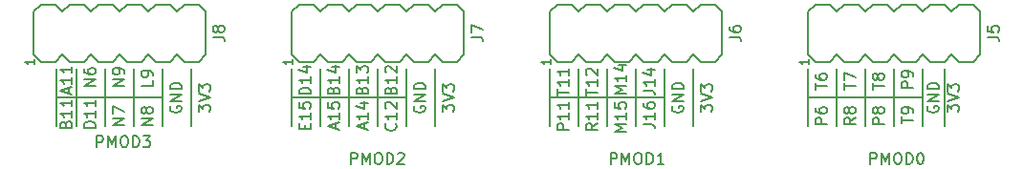
<source format=gto>
%TF.GenerationSoftware,KiCad,Pcbnew,(7.0.0)*%
%TF.CreationDate,2023-03-12T18:56:36+09:00*%
%TF.ProjectId,TangPrimer_PmodExtender,54616e67-5072-4696-9d65-725f506d6f64,rev?*%
%TF.SameCoordinates,Original*%
%TF.FileFunction,Legend,Top*%
%TF.FilePolarity,Positive*%
%FSLAX46Y46*%
G04 Gerber Fmt 4.6, Leading zero omitted, Abs format (unit mm)*
G04 Created by KiCad (PCBNEW (7.0.0)) date 2023-03-12 18:56:36*
%MOMM*%
%LPD*%
G01*
G04 APERTURE LIST*
%ADD10C,0.150000*%
G04 APERTURE END LIST*
D10*
X118890000Y-48015000D02*
X118890000Y-42935000D01*
X82060000Y-48015000D02*
X82060000Y-42935000D01*
X126510000Y-48015000D02*
X126510000Y-42935000D01*
X103650000Y-48015000D02*
X103650000Y-42935000D01*
X148735000Y-48015000D02*
X148735000Y-42935000D01*
X113810000Y-45475000D02*
X123970000Y-45475000D01*
X98570000Y-48015000D02*
X98570000Y-42935000D01*
X90950000Y-45475000D02*
X101110000Y-45475000D01*
X116350000Y-48015000D02*
X116350000Y-42935000D01*
X113810000Y-48015000D02*
X113810000Y-42935000D01*
X71900000Y-48015000D02*
X71900000Y-42935000D01*
X101110000Y-48015000D02*
X101110000Y-42935000D01*
X139210000Y-48015000D02*
X139210000Y-42935000D01*
X93490000Y-48015000D02*
X93490000Y-42935000D01*
X70122000Y-48015000D02*
X70122000Y-42935000D01*
X76980000Y-48015000D02*
X76980000Y-42935000D01*
X70122000Y-45475000D02*
X79520000Y-45475000D01*
X144290000Y-48015000D02*
X144290000Y-42935000D01*
X74440000Y-48015000D02*
X74440000Y-42935000D01*
X136670000Y-48015000D02*
X136670000Y-42935000D01*
X141750000Y-48015000D02*
X141750000Y-42935000D01*
X136670000Y-45475000D02*
X146830000Y-45475000D01*
X146830000Y-48015000D02*
X146830000Y-42935000D01*
X90950000Y-48015000D02*
X90950000Y-42935000D01*
X79520000Y-48015000D02*
X79520000Y-42935000D01*
X121430000Y-48015000D02*
X121430000Y-42935000D01*
X123970000Y-48015000D02*
X123970000Y-42935000D01*
X96030000Y-48015000D02*
X96030000Y-42935000D01*
X73537380Y-48141666D02*
X72537380Y-48141666D01*
X72537380Y-48141666D02*
X72537380Y-47903571D01*
X72537380Y-47903571D02*
X72585000Y-47760714D01*
X72585000Y-47760714D02*
X72680238Y-47665476D01*
X72680238Y-47665476D02*
X72775476Y-47617857D01*
X72775476Y-47617857D02*
X72965952Y-47570238D01*
X72965952Y-47570238D02*
X73108809Y-47570238D01*
X73108809Y-47570238D02*
X73299285Y-47617857D01*
X73299285Y-47617857D02*
X73394523Y-47665476D01*
X73394523Y-47665476D02*
X73489761Y-47760714D01*
X73489761Y-47760714D02*
X73537380Y-47903571D01*
X73537380Y-47903571D02*
X73537380Y-48141666D01*
X73537380Y-46617857D02*
X73537380Y-47189285D01*
X73537380Y-46903571D02*
X72537380Y-46903571D01*
X72537380Y-46903571D02*
X72680238Y-46998809D01*
X72680238Y-46998809D02*
X72775476Y-47094047D01*
X72775476Y-47094047D02*
X72823095Y-47189285D01*
X73537380Y-45665476D02*
X73537380Y-46236904D01*
X73537380Y-45951190D02*
X72537380Y-45951190D01*
X72537380Y-45951190D02*
X72680238Y-46046428D01*
X72680238Y-46046428D02*
X72775476Y-46141666D01*
X72775476Y-46141666D02*
X72823095Y-46236904D01*
X116987380Y-45279761D02*
X116987380Y-44708333D01*
X117987380Y-44994047D02*
X116987380Y-44994047D01*
X117987380Y-43851190D02*
X117987380Y-44422618D01*
X117987380Y-44136904D02*
X116987380Y-44136904D01*
X116987380Y-44136904D02*
X117130238Y-44232142D01*
X117130238Y-44232142D02*
X117225476Y-44327380D01*
X117225476Y-44327380D02*
X117273095Y-44422618D01*
X117082619Y-43470237D02*
X117035000Y-43422618D01*
X117035000Y-43422618D02*
X116987380Y-43327380D01*
X116987380Y-43327380D02*
X116987380Y-43089285D01*
X116987380Y-43089285D02*
X117035000Y-42994047D01*
X117035000Y-42994047D02*
X117082619Y-42946428D01*
X117082619Y-42946428D02*
X117177857Y-42898809D01*
X117177857Y-42898809D02*
X117273095Y-42898809D01*
X117273095Y-42898809D02*
X117415952Y-42946428D01*
X117415952Y-42946428D02*
X117987380Y-43517856D01*
X117987380Y-43517856D02*
X117987380Y-42898809D01*
X92587380Y-45136904D02*
X91587380Y-45136904D01*
X91587380Y-45136904D02*
X91587380Y-44898809D01*
X91587380Y-44898809D02*
X91635000Y-44755952D01*
X91635000Y-44755952D02*
X91730238Y-44660714D01*
X91730238Y-44660714D02*
X91825476Y-44613095D01*
X91825476Y-44613095D02*
X92015952Y-44565476D01*
X92015952Y-44565476D02*
X92158809Y-44565476D01*
X92158809Y-44565476D02*
X92349285Y-44613095D01*
X92349285Y-44613095D02*
X92444523Y-44660714D01*
X92444523Y-44660714D02*
X92539761Y-44755952D01*
X92539761Y-44755952D02*
X92587380Y-44898809D01*
X92587380Y-44898809D02*
X92587380Y-45136904D01*
X92587380Y-43613095D02*
X92587380Y-44184523D01*
X92587380Y-43898809D02*
X91587380Y-43898809D01*
X91587380Y-43898809D02*
X91730238Y-43994047D01*
X91730238Y-43994047D02*
X91825476Y-44089285D01*
X91825476Y-44089285D02*
X91873095Y-44184523D01*
X91920714Y-42755952D02*
X92587380Y-42755952D01*
X91539761Y-42994047D02*
X92254047Y-43232142D01*
X92254047Y-43232142D02*
X92254047Y-42613095D01*
X76077380Y-44401904D02*
X75077380Y-44401904D01*
X75077380Y-44401904D02*
X76077380Y-43830476D01*
X76077380Y-43830476D02*
X75077380Y-43830476D01*
X76077380Y-43306666D02*
X76077380Y-43116190D01*
X76077380Y-43116190D02*
X76029761Y-43020952D01*
X76029761Y-43020952D02*
X75982142Y-42973333D01*
X75982142Y-42973333D02*
X75839285Y-42878095D01*
X75839285Y-42878095D02*
X75648809Y-42830476D01*
X75648809Y-42830476D02*
X75267857Y-42830476D01*
X75267857Y-42830476D02*
X75172619Y-42878095D01*
X75172619Y-42878095D02*
X75125000Y-42925714D01*
X75125000Y-42925714D02*
X75077380Y-43020952D01*
X75077380Y-43020952D02*
X75077380Y-43211428D01*
X75077380Y-43211428D02*
X75125000Y-43306666D01*
X75125000Y-43306666D02*
X75172619Y-43354285D01*
X75172619Y-43354285D02*
X75267857Y-43401904D01*
X75267857Y-43401904D02*
X75505952Y-43401904D01*
X75505952Y-43401904D02*
X75601190Y-43354285D01*
X75601190Y-43354285D02*
X75648809Y-43306666D01*
X75648809Y-43306666D02*
X75696428Y-43211428D01*
X75696428Y-43211428D02*
X75696428Y-43020952D01*
X75696428Y-43020952D02*
X75648809Y-42925714D01*
X75648809Y-42925714D02*
X75601190Y-42878095D01*
X75601190Y-42878095D02*
X75505952Y-42830476D01*
X101795000Y-46236904D02*
X101747380Y-46332142D01*
X101747380Y-46332142D02*
X101747380Y-46474999D01*
X101747380Y-46474999D02*
X101795000Y-46617856D01*
X101795000Y-46617856D02*
X101890238Y-46713094D01*
X101890238Y-46713094D02*
X101985476Y-46760713D01*
X101985476Y-46760713D02*
X102175952Y-46808332D01*
X102175952Y-46808332D02*
X102318809Y-46808332D01*
X102318809Y-46808332D02*
X102509285Y-46760713D01*
X102509285Y-46760713D02*
X102604523Y-46713094D01*
X102604523Y-46713094D02*
X102699761Y-46617856D01*
X102699761Y-46617856D02*
X102747380Y-46474999D01*
X102747380Y-46474999D02*
X102747380Y-46379761D01*
X102747380Y-46379761D02*
X102699761Y-46236904D01*
X102699761Y-46236904D02*
X102652142Y-46189285D01*
X102652142Y-46189285D02*
X102318809Y-46189285D01*
X102318809Y-46189285D02*
X102318809Y-46379761D01*
X102747380Y-45760713D02*
X101747380Y-45760713D01*
X101747380Y-45760713D02*
X102747380Y-45189285D01*
X102747380Y-45189285D02*
X101747380Y-45189285D01*
X102747380Y-44713094D02*
X101747380Y-44713094D01*
X101747380Y-44713094D02*
X101747380Y-44474999D01*
X101747380Y-44474999D02*
X101795000Y-44332142D01*
X101795000Y-44332142D02*
X101890238Y-44236904D01*
X101890238Y-44236904D02*
X101985476Y-44189285D01*
X101985476Y-44189285D02*
X102175952Y-44141666D01*
X102175952Y-44141666D02*
X102318809Y-44141666D01*
X102318809Y-44141666D02*
X102509285Y-44189285D01*
X102509285Y-44189285D02*
X102604523Y-44236904D01*
X102604523Y-44236904D02*
X102699761Y-44332142D01*
X102699761Y-44332142D02*
X102747380Y-44474999D01*
X102747380Y-44474999D02*
X102747380Y-44713094D01*
X148991380Y-46713094D02*
X148991380Y-46094047D01*
X148991380Y-46094047D02*
X149372333Y-46427380D01*
X149372333Y-46427380D02*
X149372333Y-46284523D01*
X149372333Y-46284523D02*
X149419952Y-46189285D01*
X149419952Y-46189285D02*
X149467571Y-46141666D01*
X149467571Y-46141666D02*
X149562809Y-46094047D01*
X149562809Y-46094047D02*
X149800904Y-46094047D01*
X149800904Y-46094047D02*
X149896142Y-46141666D01*
X149896142Y-46141666D02*
X149943761Y-46189285D01*
X149943761Y-46189285D02*
X149991380Y-46284523D01*
X149991380Y-46284523D02*
X149991380Y-46570237D01*
X149991380Y-46570237D02*
X149943761Y-46665475D01*
X149943761Y-46665475D02*
X149896142Y-46713094D01*
X148991380Y-45808332D02*
X149991380Y-45474999D01*
X149991380Y-45474999D02*
X148991380Y-45141666D01*
X148991380Y-44903570D02*
X148991380Y-44284523D01*
X148991380Y-44284523D02*
X149372333Y-44617856D01*
X149372333Y-44617856D02*
X149372333Y-44474999D01*
X149372333Y-44474999D02*
X149419952Y-44379761D01*
X149419952Y-44379761D02*
X149467571Y-44332142D01*
X149467571Y-44332142D02*
X149562809Y-44284523D01*
X149562809Y-44284523D02*
X149800904Y-44284523D01*
X149800904Y-44284523D02*
X149896142Y-44332142D01*
X149896142Y-44332142D02*
X149943761Y-44379761D01*
X149943761Y-44379761D02*
X149991380Y-44474999D01*
X149991380Y-44474999D02*
X149991380Y-44760713D01*
X149991380Y-44760713D02*
X149943761Y-44855951D01*
X149943761Y-44855951D02*
X149896142Y-44903570D01*
X145927380Y-44601904D02*
X144927380Y-44601904D01*
X144927380Y-44601904D02*
X144927380Y-44220952D01*
X144927380Y-44220952D02*
X144975000Y-44125714D01*
X144975000Y-44125714D02*
X145022619Y-44078095D01*
X145022619Y-44078095D02*
X145117857Y-44030476D01*
X145117857Y-44030476D02*
X145260714Y-44030476D01*
X145260714Y-44030476D02*
X145355952Y-44078095D01*
X145355952Y-44078095D02*
X145403571Y-44125714D01*
X145403571Y-44125714D02*
X145451190Y-44220952D01*
X145451190Y-44220952D02*
X145451190Y-44601904D01*
X145927380Y-43554285D02*
X145927380Y-43363809D01*
X145927380Y-43363809D02*
X145879761Y-43268571D01*
X145879761Y-43268571D02*
X145832142Y-43220952D01*
X145832142Y-43220952D02*
X145689285Y-43125714D01*
X145689285Y-43125714D02*
X145498809Y-43078095D01*
X145498809Y-43078095D02*
X145117857Y-43078095D01*
X145117857Y-43078095D02*
X145022619Y-43125714D01*
X145022619Y-43125714D02*
X144975000Y-43173333D01*
X144975000Y-43173333D02*
X144927380Y-43268571D01*
X144927380Y-43268571D02*
X144927380Y-43459047D01*
X144927380Y-43459047D02*
X144975000Y-43554285D01*
X144975000Y-43554285D02*
X145022619Y-43601904D01*
X145022619Y-43601904D02*
X145117857Y-43649523D01*
X145117857Y-43649523D02*
X145355952Y-43649523D01*
X145355952Y-43649523D02*
X145451190Y-43601904D01*
X145451190Y-43601904D02*
X145498809Y-43554285D01*
X145498809Y-43554285D02*
X145546428Y-43459047D01*
X145546428Y-43459047D02*
X145546428Y-43268571D01*
X145546428Y-43268571D02*
X145498809Y-43173333D01*
X145498809Y-43173333D02*
X145451190Y-43125714D01*
X145451190Y-43125714D02*
X145355952Y-43078095D01*
X96166667Y-51367380D02*
X96166667Y-50367380D01*
X96166667Y-50367380D02*
X96547619Y-50367380D01*
X96547619Y-50367380D02*
X96642857Y-50415000D01*
X96642857Y-50415000D02*
X96690476Y-50462619D01*
X96690476Y-50462619D02*
X96738095Y-50557857D01*
X96738095Y-50557857D02*
X96738095Y-50700714D01*
X96738095Y-50700714D02*
X96690476Y-50795952D01*
X96690476Y-50795952D02*
X96642857Y-50843571D01*
X96642857Y-50843571D02*
X96547619Y-50891190D01*
X96547619Y-50891190D02*
X96166667Y-50891190D01*
X97166667Y-51367380D02*
X97166667Y-50367380D01*
X97166667Y-50367380D02*
X97500000Y-51081666D01*
X97500000Y-51081666D02*
X97833333Y-50367380D01*
X97833333Y-50367380D02*
X97833333Y-51367380D01*
X98500000Y-50367380D02*
X98690476Y-50367380D01*
X98690476Y-50367380D02*
X98785714Y-50415000D01*
X98785714Y-50415000D02*
X98880952Y-50510238D01*
X98880952Y-50510238D02*
X98928571Y-50700714D01*
X98928571Y-50700714D02*
X98928571Y-51034047D01*
X98928571Y-51034047D02*
X98880952Y-51224523D01*
X98880952Y-51224523D02*
X98785714Y-51319761D01*
X98785714Y-51319761D02*
X98690476Y-51367380D01*
X98690476Y-51367380D02*
X98500000Y-51367380D01*
X98500000Y-51367380D02*
X98404762Y-51319761D01*
X98404762Y-51319761D02*
X98309524Y-51224523D01*
X98309524Y-51224523D02*
X98261905Y-51034047D01*
X98261905Y-51034047D02*
X98261905Y-50700714D01*
X98261905Y-50700714D02*
X98309524Y-50510238D01*
X98309524Y-50510238D02*
X98404762Y-50415000D01*
X98404762Y-50415000D02*
X98500000Y-50367380D01*
X99357143Y-51367380D02*
X99357143Y-50367380D01*
X99357143Y-50367380D02*
X99595238Y-50367380D01*
X99595238Y-50367380D02*
X99738095Y-50415000D01*
X99738095Y-50415000D02*
X99833333Y-50510238D01*
X99833333Y-50510238D02*
X99880952Y-50605476D01*
X99880952Y-50605476D02*
X99928571Y-50795952D01*
X99928571Y-50795952D02*
X99928571Y-50938809D01*
X99928571Y-50938809D02*
X99880952Y-51129285D01*
X99880952Y-51129285D02*
X99833333Y-51224523D01*
X99833333Y-51224523D02*
X99738095Y-51319761D01*
X99738095Y-51319761D02*
X99595238Y-51367380D01*
X99595238Y-51367380D02*
X99357143Y-51367380D01*
X100309524Y-50462619D02*
X100357143Y-50415000D01*
X100357143Y-50415000D02*
X100452381Y-50367380D01*
X100452381Y-50367380D02*
X100690476Y-50367380D01*
X100690476Y-50367380D02*
X100785714Y-50415000D01*
X100785714Y-50415000D02*
X100833333Y-50462619D01*
X100833333Y-50462619D02*
X100880952Y-50557857D01*
X100880952Y-50557857D02*
X100880952Y-50653095D01*
X100880952Y-50653095D02*
X100833333Y-50795952D01*
X100833333Y-50795952D02*
X100261905Y-51367380D01*
X100261905Y-51367380D02*
X100880952Y-51367380D01*
X140847380Y-47252857D02*
X140371190Y-47586190D01*
X140847380Y-47824285D02*
X139847380Y-47824285D01*
X139847380Y-47824285D02*
X139847380Y-47443333D01*
X139847380Y-47443333D02*
X139895000Y-47348095D01*
X139895000Y-47348095D02*
X139942619Y-47300476D01*
X139942619Y-47300476D02*
X140037857Y-47252857D01*
X140037857Y-47252857D02*
X140180714Y-47252857D01*
X140180714Y-47252857D02*
X140275952Y-47300476D01*
X140275952Y-47300476D02*
X140323571Y-47348095D01*
X140323571Y-47348095D02*
X140371190Y-47443333D01*
X140371190Y-47443333D02*
X140371190Y-47824285D01*
X140275952Y-46681428D02*
X140228333Y-46776666D01*
X140228333Y-46776666D02*
X140180714Y-46824285D01*
X140180714Y-46824285D02*
X140085476Y-46871904D01*
X140085476Y-46871904D02*
X140037857Y-46871904D01*
X140037857Y-46871904D02*
X139942619Y-46824285D01*
X139942619Y-46824285D02*
X139895000Y-46776666D01*
X139895000Y-46776666D02*
X139847380Y-46681428D01*
X139847380Y-46681428D02*
X139847380Y-46490952D01*
X139847380Y-46490952D02*
X139895000Y-46395714D01*
X139895000Y-46395714D02*
X139942619Y-46348095D01*
X139942619Y-46348095D02*
X140037857Y-46300476D01*
X140037857Y-46300476D02*
X140085476Y-46300476D01*
X140085476Y-46300476D02*
X140180714Y-46348095D01*
X140180714Y-46348095D02*
X140228333Y-46395714D01*
X140228333Y-46395714D02*
X140275952Y-46490952D01*
X140275952Y-46490952D02*
X140275952Y-46681428D01*
X140275952Y-46681428D02*
X140323571Y-46776666D01*
X140323571Y-46776666D02*
X140371190Y-46824285D01*
X140371190Y-46824285D02*
X140466428Y-46871904D01*
X140466428Y-46871904D02*
X140656904Y-46871904D01*
X140656904Y-46871904D02*
X140752142Y-46824285D01*
X140752142Y-46824285D02*
X140799761Y-46776666D01*
X140799761Y-46776666D02*
X140847380Y-46681428D01*
X140847380Y-46681428D02*
X140847380Y-46490952D01*
X140847380Y-46490952D02*
X140799761Y-46395714D01*
X140799761Y-46395714D02*
X140752142Y-46348095D01*
X140752142Y-46348095D02*
X140656904Y-46300476D01*
X140656904Y-46300476D02*
X140466428Y-46300476D01*
X140466428Y-46300476D02*
X140371190Y-46348095D01*
X140371190Y-46348095D02*
X140323571Y-46395714D01*
X140323571Y-46395714D02*
X140275952Y-46490952D01*
X144927380Y-47729047D02*
X144927380Y-47157619D01*
X145927380Y-47443333D02*
X144927380Y-47443333D01*
X145927380Y-46776666D02*
X145927380Y-46586190D01*
X145927380Y-46586190D02*
X145879761Y-46490952D01*
X145879761Y-46490952D02*
X145832142Y-46443333D01*
X145832142Y-46443333D02*
X145689285Y-46348095D01*
X145689285Y-46348095D02*
X145498809Y-46300476D01*
X145498809Y-46300476D02*
X145117857Y-46300476D01*
X145117857Y-46300476D02*
X145022619Y-46348095D01*
X145022619Y-46348095D02*
X144975000Y-46395714D01*
X144975000Y-46395714D02*
X144927380Y-46490952D01*
X144927380Y-46490952D02*
X144927380Y-46681428D01*
X144927380Y-46681428D02*
X144975000Y-46776666D01*
X144975000Y-46776666D02*
X145022619Y-46824285D01*
X145022619Y-46824285D02*
X145117857Y-46871904D01*
X145117857Y-46871904D02*
X145355952Y-46871904D01*
X145355952Y-46871904D02*
X145451190Y-46824285D01*
X145451190Y-46824285D02*
X145498809Y-46776666D01*
X145498809Y-46776666D02*
X145546428Y-46681428D01*
X145546428Y-46681428D02*
X145546428Y-46490952D01*
X145546428Y-46490952D02*
X145498809Y-46395714D01*
X145498809Y-46395714D02*
X145451190Y-46348095D01*
X145451190Y-46348095D02*
X145355952Y-46300476D01*
X99683571Y-44803571D02*
X99731190Y-44660714D01*
X99731190Y-44660714D02*
X99778809Y-44613095D01*
X99778809Y-44613095D02*
X99874047Y-44565476D01*
X99874047Y-44565476D02*
X100016904Y-44565476D01*
X100016904Y-44565476D02*
X100112142Y-44613095D01*
X100112142Y-44613095D02*
X100159761Y-44660714D01*
X100159761Y-44660714D02*
X100207380Y-44755952D01*
X100207380Y-44755952D02*
X100207380Y-45136904D01*
X100207380Y-45136904D02*
X99207380Y-45136904D01*
X99207380Y-45136904D02*
X99207380Y-44803571D01*
X99207380Y-44803571D02*
X99255000Y-44708333D01*
X99255000Y-44708333D02*
X99302619Y-44660714D01*
X99302619Y-44660714D02*
X99397857Y-44613095D01*
X99397857Y-44613095D02*
X99493095Y-44613095D01*
X99493095Y-44613095D02*
X99588333Y-44660714D01*
X99588333Y-44660714D02*
X99635952Y-44708333D01*
X99635952Y-44708333D02*
X99683571Y-44803571D01*
X99683571Y-44803571D02*
X99683571Y-45136904D01*
X100207380Y-43613095D02*
X100207380Y-44184523D01*
X100207380Y-43898809D02*
X99207380Y-43898809D01*
X99207380Y-43898809D02*
X99350238Y-43994047D01*
X99350238Y-43994047D02*
X99445476Y-44089285D01*
X99445476Y-44089285D02*
X99493095Y-44184523D01*
X99302619Y-43232142D02*
X99255000Y-43184523D01*
X99255000Y-43184523D02*
X99207380Y-43089285D01*
X99207380Y-43089285D02*
X99207380Y-42851190D01*
X99207380Y-42851190D02*
X99255000Y-42755952D01*
X99255000Y-42755952D02*
X99302619Y-42708333D01*
X99302619Y-42708333D02*
X99397857Y-42660714D01*
X99397857Y-42660714D02*
X99493095Y-42660714D01*
X99493095Y-42660714D02*
X99635952Y-42708333D01*
X99635952Y-42708333D02*
X100207380Y-43279761D01*
X100207380Y-43279761D02*
X100207380Y-42660714D01*
X124655000Y-46236904D02*
X124607380Y-46332142D01*
X124607380Y-46332142D02*
X124607380Y-46474999D01*
X124607380Y-46474999D02*
X124655000Y-46617856D01*
X124655000Y-46617856D02*
X124750238Y-46713094D01*
X124750238Y-46713094D02*
X124845476Y-46760713D01*
X124845476Y-46760713D02*
X125035952Y-46808332D01*
X125035952Y-46808332D02*
X125178809Y-46808332D01*
X125178809Y-46808332D02*
X125369285Y-46760713D01*
X125369285Y-46760713D02*
X125464523Y-46713094D01*
X125464523Y-46713094D02*
X125559761Y-46617856D01*
X125559761Y-46617856D02*
X125607380Y-46474999D01*
X125607380Y-46474999D02*
X125607380Y-46379761D01*
X125607380Y-46379761D02*
X125559761Y-46236904D01*
X125559761Y-46236904D02*
X125512142Y-46189285D01*
X125512142Y-46189285D02*
X125178809Y-46189285D01*
X125178809Y-46189285D02*
X125178809Y-46379761D01*
X125607380Y-45760713D02*
X124607380Y-45760713D01*
X124607380Y-45760713D02*
X125607380Y-45189285D01*
X125607380Y-45189285D02*
X124607380Y-45189285D01*
X125607380Y-44713094D02*
X124607380Y-44713094D01*
X124607380Y-44713094D02*
X124607380Y-44474999D01*
X124607380Y-44474999D02*
X124655000Y-44332142D01*
X124655000Y-44332142D02*
X124750238Y-44236904D01*
X124750238Y-44236904D02*
X124845476Y-44189285D01*
X124845476Y-44189285D02*
X125035952Y-44141666D01*
X125035952Y-44141666D02*
X125178809Y-44141666D01*
X125178809Y-44141666D02*
X125369285Y-44189285D01*
X125369285Y-44189285D02*
X125464523Y-44236904D01*
X125464523Y-44236904D02*
X125559761Y-44332142D01*
X125559761Y-44332142D02*
X125607380Y-44474999D01*
X125607380Y-44474999D02*
X125607380Y-44713094D01*
X73537380Y-44401904D02*
X72537380Y-44401904D01*
X72537380Y-44401904D02*
X73537380Y-43830476D01*
X73537380Y-43830476D02*
X72537380Y-43830476D01*
X72537380Y-42925714D02*
X72537380Y-43116190D01*
X72537380Y-43116190D02*
X72585000Y-43211428D01*
X72585000Y-43211428D02*
X72632619Y-43259047D01*
X72632619Y-43259047D02*
X72775476Y-43354285D01*
X72775476Y-43354285D02*
X72965952Y-43401904D01*
X72965952Y-43401904D02*
X73346904Y-43401904D01*
X73346904Y-43401904D02*
X73442142Y-43354285D01*
X73442142Y-43354285D02*
X73489761Y-43306666D01*
X73489761Y-43306666D02*
X73537380Y-43211428D01*
X73537380Y-43211428D02*
X73537380Y-43020952D01*
X73537380Y-43020952D02*
X73489761Y-42925714D01*
X73489761Y-42925714D02*
X73442142Y-42878095D01*
X73442142Y-42878095D02*
X73346904Y-42830476D01*
X73346904Y-42830476D02*
X73108809Y-42830476D01*
X73108809Y-42830476D02*
X73013571Y-42878095D01*
X73013571Y-42878095D02*
X72965952Y-42925714D01*
X72965952Y-42925714D02*
X72918333Y-43020952D01*
X72918333Y-43020952D02*
X72918333Y-43211428D01*
X72918333Y-43211428D02*
X72965952Y-43306666D01*
X72965952Y-43306666D02*
X73013571Y-43354285D01*
X73013571Y-43354285D02*
X73108809Y-43401904D01*
X147261000Y-46236904D02*
X147213380Y-46332142D01*
X147213380Y-46332142D02*
X147213380Y-46474999D01*
X147213380Y-46474999D02*
X147261000Y-46617856D01*
X147261000Y-46617856D02*
X147356238Y-46713094D01*
X147356238Y-46713094D02*
X147451476Y-46760713D01*
X147451476Y-46760713D02*
X147641952Y-46808332D01*
X147641952Y-46808332D02*
X147784809Y-46808332D01*
X147784809Y-46808332D02*
X147975285Y-46760713D01*
X147975285Y-46760713D02*
X148070523Y-46713094D01*
X148070523Y-46713094D02*
X148165761Y-46617856D01*
X148165761Y-46617856D02*
X148213380Y-46474999D01*
X148213380Y-46474999D02*
X148213380Y-46379761D01*
X148213380Y-46379761D02*
X148165761Y-46236904D01*
X148165761Y-46236904D02*
X148118142Y-46189285D01*
X148118142Y-46189285D02*
X147784809Y-46189285D01*
X147784809Y-46189285D02*
X147784809Y-46379761D01*
X148213380Y-45760713D02*
X147213380Y-45760713D01*
X147213380Y-45760713D02*
X148213380Y-45189285D01*
X148213380Y-45189285D02*
X147213380Y-45189285D01*
X148213380Y-44713094D02*
X147213380Y-44713094D01*
X147213380Y-44713094D02*
X147213380Y-44474999D01*
X147213380Y-44474999D02*
X147261000Y-44332142D01*
X147261000Y-44332142D02*
X147356238Y-44236904D01*
X147356238Y-44236904D02*
X147451476Y-44189285D01*
X147451476Y-44189285D02*
X147641952Y-44141666D01*
X147641952Y-44141666D02*
X147784809Y-44141666D01*
X147784809Y-44141666D02*
X147975285Y-44189285D01*
X147975285Y-44189285D02*
X148070523Y-44236904D01*
X148070523Y-44236904D02*
X148165761Y-44332142D01*
X148165761Y-44332142D02*
X148213380Y-44474999D01*
X148213380Y-44474999D02*
X148213380Y-44713094D01*
X127147380Y-46713094D02*
X127147380Y-46094047D01*
X127147380Y-46094047D02*
X127528333Y-46427380D01*
X127528333Y-46427380D02*
X127528333Y-46284523D01*
X127528333Y-46284523D02*
X127575952Y-46189285D01*
X127575952Y-46189285D02*
X127623571Y-46141666D01*
X127623571Y-46141666D02*
X127718809Y-46094047D01*
X127718809Y-46094047D02*
X127956904Y-46094047D01*
X127956904Y-46094047D02*
X128052142Y-46141666D01*
X128052142Y-46141666D02*
X128099761Y-46189285D01*
X128099761Y-46189285D02*
X128147380Y-46284523D01*
X128147380Y-46284523D02*
X128147380Y-46570237D01*
X128147380Y-46570237D02*
X128099761Y-46665475D01*
X128099761Y-46665475D02*
X128052142Y-46713094D01*
X127147380Y-45808332D02*
X128147380Y-45474999D01*
X128147380Y-45474999D02*
X127147380Y-45141666D01*
X127147380Y-44903570D02*
X127147380Y-44284523D01*
X127147380Y-44284523D02*
X127528333Y-44617856D01*
X127528333Y-44617856D02*
X127528333Y-44474999D01*
X127528333Y-44474999D02*
X127575952Y-44379761D01*
X127575952Y-44379761D02*
X127623571Y-44332142D01*
X127623571Y-44332142D02*
X127718809Y-44284523D01*
X127718809Y-44284523D02*
X127956904Y-44284523D01*
X127956904Y-44284523D02*
X128052142Y-44332142D01*
X128052142Y-44332142D02*
X128099761Y-44379761D01*
X128099761Y-44379761D02*
X128147380Y-44474999D01*
X128147380Y-44474999D02*
X128147380Y-44760713D01*
X128147380Y-44760713D02*
X128099761Y-44855951D01*
X128099761Y-44855951D02*
X128052142Y-44903570D01*
X142166667Y-51367380D02*
X142166667Y-50367380D01*
X142166667Y-50367380D02*
X142547619Y-50367380D01*
X142547619Y-50367380D02*
X142642857Y-50415000D01*
X142642857Y-50415000D02*
X142690476Y-50462619D01*
X142690476Y-50462619D02*
X142738095Y-50557857D01*
X142738095Y-50557857D02*
X142738095Y-50700714D01*
X142738095Y-50700714D02*
X142690476Y-50795952D01*
X142690476Y-50795952D02*
X142642857Y-50843571D01*
X142642857Y-50843571D02*
X142547619Y-50891190D01*
X142547619Y-50891190D02*
X142166667Y-50891190D01*
X143166667Y-51367380D02*
X143166667Y-50367380D01*
X143166667Y-50367380D02*
X143500000Y-51081666D01*
X143500000Y-51081666D02*
X143833333Y-50367380D01*
X143833333Y-50367380D02*
X143833333Y-51367380D01*
X144500000Y-50367380D02*
X144690476Y-50367380D01*
X144690476Y-50367380D02*
X144785714Y-50415000D01*
X144785714Y-50415000D02*
X144880952Y-50510238D01*
X144880952Y-50510238D02*
X144928571Y-50700714D01*
X144928571Y-50700714D02*
X144928571Y-51034047D01*
X144928571Y-51034047D02*
X144880952Y-51224523D01*
X144880952Y-51224523D02*
X144785714Y-51319761D01*
X144785714Y-51319761D02*
X144690476Y-51367380D01*
X144690476Y-51367380D02*
X144500000Y-51367380D01*
X144500000Y-51367380D02*
X144404762Y-51319761D01*
X144404762Y-51319761D02*
X144309524Y-51224523D01*
X144309524Y-51224523D02*
X144261905Y-51034047D01*
X144261905Y-51034047D02*
X144261905Y-50700714D01*
X144261905Y-50700714D02*
X144309524Y-50510238D01*
X144309524Y-50510238D02*
X144404762Y-50415000D01*
X144404762Y-50415000D02*
X144500000Y-50367380D01*
X145357143Y-51367380D02*
X145357143Y-50367380D01*
X145357143Y-50367380D02*
X145595238Y-50367380D01*
X145595238Y-50367380D02*
X145738095Y-50415000D01*
X145738095Y-50415000D02*
X145833333Y-50510238D01*
X145833333Y-50510238D02*
X145880952Y-50605476D01*
X145880952Y-50605476D02*
X145928571Y-50795952D01*
X145928571Y-50795952D02*
X145928571Y-50938809D01*
X145928571Y-50938809D02*
X145880952Y-51129285D01*
X145880952Y-51129285D02*
X145833333Y-51224523D01*
X145833333Y-51224523D02*
X145738095Y-51319761D01*
X145738095Y-51319761D02*
X145595238Y-51367380D01*
X145595238Y-51367380D02*
X145357143Y-51367380D01*
X146547619Y-50367380D02*
X146642857Y-50367380D01*
X146642857Y-50367380D02*
X146738095Y-50415000D01*
X146738095Y-50415000D02*
X146785714Y-50462619D01*
X146785714Y-50462619D02*
X146833333Y-50557857D01*
X146833333Y-50557857D02*
X146880952Y-50748333D01*
X146880952Y-50748333D02*
X146880952Y-50986428D01*
X146880952Y-50986428D02*
X146833333Y-51176904D01*
X146833333Y-51176904D02*
X146785714Y-51272142D01*
X146785714Y-51272142D02*
X146738095Y-51319761D01*
X146738095Y-51319761D02*
X146642857Y-51367380D01*
X146642857Y-51367380D02*
X146547619Y-51367380D01*
X146547619Y-51367380D02*
X146452381Y-51319761D01*
X146452381Y-51319761D02*
X146404762Y-51272142D01*
X146404762Y-51272142D02*
X146357143Y-51176904D01*
X146357143Y-51176904D02*
X146309524Y-50986428D01*
X146309524Y-50986428D02*
X146309524Y-50748333D01*
X146309524Y-50748333D02*
X146357143Y-50557857D01*
X146357143Y-50557857D02*
X146404762Y-50462619D01*
X146404762Y-50462619D02*
X146452381Y-50415000D01*
X146452381Y-50415000D02*
X146547619Y-50367380D01*
X92063571Y-48246428D02*
X92063571Y-47913095D01*
X92587380Y-47770238D02*
X92587380Y-48246428D01*
X92587380Y-48246428D02*
X91587380Y-48246428D01*
X91587380Y-48246428D02*
X91587380Y-47770238D01*
X92587380Y-46817857D02*
X92587380Y-47389285D01*
X92587380Y-47103571D02*
X91587380Y-47103571D01*
X91587380Y-47103571D02*
X91730238Y-47198809D01*
X91730238Y-47198809D02*
X91825476Y-47294047D01*
X91825476Y-47294047D02*
X91873095Y-47389285D01*
X91587380Y-45913095D02*
X91587380Y-46389285D01*
X91587380Y-46389285D02*
X92063571Y-46436904D01*
X92063571Y-46436904D02*
X92015952Y-46389285D01*
X92015952Y-46389285D02*
X91968333Y-46294047D01*
X91968333Y-46294047D02*
X91968333Y-46055952D01*
X91968333Y-46055952D02*
X92015952Y-45960714D01*
X92015952Y-45960714D02*
X92063571Y-45913095D01*
X92063571Y-45913095D02*
X92158809Y-45865476D01*
X92158809Y-45865476D02*
X92396904Y-45865476D01*
X92396904Y-45865476D02*
X92492142Y-45913095D01*
X92492142Y-45913095D02*
X92539761Y-45960714D01*
X92539761Y-45960714D02*
X92587380Y-46055952D01*
X92587380Y-46055952D02*
X92587380Y-46294047D01*
X92587380Y-46294047D02*
X92539761Y-46389285D01*
X92539761Y-46389285D02*
X92492142Y-46436904D01*
X73666667Y-49867380D02*
X73666667Y-48867380D01*
X73666667Y-48867380D02*
X74047619Y-48867380D01*
X74047619Y-48867380D02*
X74142857Y-48915000D01*
X74142857Y-48915000D02*
X74190476Y-48962619D01*
X74190476Y-48962619D02*
X74238095Y-49057857D01*
X74238095Y-49057857D02*
X74238095Y-49200714D01*
X74238095Y-49200714D02*
X74190476Y-49295952D01*
X74190476Y-49295952D02*
X74142857Y-49343571D01*
X74142857Y-49343571D02*
X74047619Y-49391190D01*
X74047619Y-49391190D02*
X73666667Y-49391190D01*
X74666667Y-49867380D02*
X74666667Y-48867380D01*
X74666667Y-48867380D02*
X75000000Y-49581666D01*
X75000000Y-49581666D02*
X75333333Y-48867380D01*
X75333333Y-48867380D02*
X75333333Y-49867380D01*
X76000000Y-48867380D02*
X76190476Y-48867380D01*
X76190476Y-48867380D02*
X76285714Y-48915000D01*
X76285714Y-48915000D02*
X76380952Y-49010238D01*
X76380952Y-49010238D02*
X76428571Y-49200714D01*
X76428571Y-49200714D02*
X76428571Y-49534047D01*
X76428571Y-49534047D02*
X76380952Y-49724523D01*
X76380952Y-49724523D02*
X76285714Y-49819761D01*
X76285714Y-49819761D02*
X76190476Y-49867380D01*
X76190476Y-49867380D02*
X76000000Y-49867380D01*
X76000000Y-49867380D02*
X75904762Y-49819761D01*
X75904762Y-49819761D02*
X75809524Y-49724523D01*
X75809524Y-49724523D02*
X75761905Y-49534047D01*
X75761905Y-49534047D02*
X75761905Y-49200714D01*
X75761905Y-49200714D02*
X75809524Y-49010238D01*
X75809524Y-49010238D02*
X75904762Y-48915000D01*
X75904762Y-48915000D02*
X76000000Y-48867380D01*
X76857143Y-49867380D02*
X76857143Y-48867380D01*
X76857143Y-48867380D02*
X77095238Y-48867380D01*
X77095238Y-48867380D02*
X77238095Y-48915000D01*
X77238095Y-48915000D02*
X77333333Y-49010238D01*
X77333333Y-49010238D02*
X77380952Y-49105476D01*
X77380952Y-49105476D02*
X77428571Y-49295952D01*
X77428571Y-49295952D02*
X77428571Y-49438809D01*
X77428571Y-49438809D02*
X77380952Y-49629285D01*
X77380952Y-49629285D02*
X77333333Y-49724523D01*
X77333333Y-49724523D02*
X77238095Y-49819761D01*
X77238095Y-49819761D02*
X77095238Y-49867380D01*
X77095238Y-49867380D02*
X76857143Y-49867380D01*
X77761905Y-48867380D02*
X78380952Y-48867380D01*
X78380952Y-48867380D02*
X78047619Y-49248333D01*
X78047619Y-49248333D02*
X78190476Y-49248333D01*
X78190476Y-49248333D02*
X78285714Y-49295952D01*
X78285714Y-49295952D02*
X78333333Y-49343571D01*
X78333333Y-49343571D02*
X78380952Y-49438809D01*
X78380952Y-49438809D02*
X78380952Y-49676904D01*
X78380952Y-49676904D02*
X78333333Y-49772142D01*
X78333333Y-49772142D02*
X78285714Y-49819761D01*
X78285714Y-49819761D02*
X78190476Y-49867380D01*
X78190476Y-49867380D02*
X77904762Y-49867380D01*
X77904762Y-49867380D02*
X77809524Y-49819761D01*
X77809524Y-49819761D02*
X77761905Y-49772142D01*
X94603571Y-44803571D02*
X94651190Y-44660714D01*
X94651190Y-44660714D02*
X94698809Y-44613095D01*
X94698809Y-44613095D02*
X94794047Y-44565476D01*
X94794047Y-44565476D02*
X94936904Y-44565476D01*
X94936904Y-44565476D02*
X95032142Y-44613095D01*
X95032142Y-44613095D02*
X95079761Y-44660714D01*
X95079761Y-44660714D02*
X95127380Y-44755952D01*
X95127380Y-44755952D02*
X95127380Y-45136904D01*
X95127380Y-45136904D02*
X94127380Y-45136904D01*
X94127380Y-45136904D02*
X94127380Y-44803571D01*
X94127380Y-44803571D02*
X94175000Y-44708333D01*
X94175000Y-44708333D02*
X94222619Y-44660714D01*
X94222619Y-44660714D02*
X94317857Y-44613095D01*
X94317857Y-44613095D02*
X94413095Y-44613095D01*
X94413095Y-44613095D02*
X94508333Y-44660714D01*
X94508333Y-44660714D02*
X94555952Y-44708333D01*
X94555952Y-44708333D02*
X94603571Y-44803571D01*
X94603571Y-44803571D02*
X94603571Y-45136904D01*
X95127380Y-43613095D02*
X95127380Y-44184523D01*
X95127380Y-43898809D02*
X94127380Y-43898809D01*
X94127380Y-43898809D02*
X94270238Y-43994047D01*
X94270238Y-43994047D02*
X94365476Y-44089285D01*
X94365476Y-44089285D02*
X94413095Y-44184523D01*
X94460714Y-42755952D02*
X95127380Y-42755952D01*
X94079761Y-42994047D02*
X94794047Y-43232142D01*
X94794047Y-43232142D02*
X94794047Y-42613095D01*
X78617380Y-47871904D02*
X77617380Y-47871904D01*
X77617380Y-47871904D02*
X78617380Y-47300476D01*
X78617380Y-47300476D02*
X77617380Y-47300476D01*
X78045952Y-46681428D02*
X77998333Y-46776666D01*
X77998333Y-46776666D02*
X77950714Y-46824285D01*
X77950714Y-46824285D02*
X77855476Y-46871904D01*
X77855476Y-46871904D02*
X77807857Y-46871904D01*
X77807857Y-46871904D02*
X77712619Y-46824285D01*
X77712619Y-46824285D02*
X77665000Y-46776666D01*
X77665000Y-46776666D02*
X77617380Y-46681428D01*
X77617380Y-46681428D02*
X77617380Y-46490952D01*
X77617380Y-46490952D02*
X77665000Y-46395714D01*
X77665000Y-46395714D02*
X77712619Y-46348095D01*
X77712619Y-46348095D02*
X77807857Y-46300476D01*
X77807857Y-46300476D02*
X77855476Y-46300476D01*
X77855476Y-46300476D02*
X77950714Y-46348095D01*
X77950714Y-46348095D02*
X77998333Y-46395714D01*
X77998333Y-46395714D02*
X78045952Y-46490952D01*
X78045952Y-46490952D02*
X78045952Y-46681428D01*
X78045952Y-46681428D02*
X78093571Y-46776666D01*
X78093571Y-46776666D02*
X78141190Y-46824285D01*
X78141190Y-46824285D02*
X78236428Y-46871904D01*
X78236428Y-46871904D02*
X78426904Y-46871904D01*
X78426904Y-46871904D02*
X78522142Y-46824285D01*
X78522142Y-46824285D02*
X78569761Y-46776666D01*
X78569761Y-46776666D02*
X78617380Y-46681428D01*
X78617380Y-46681428D02*
X78617380Y-46490952D01*
X78617380Y-46490952D02*
X78569761Y-46395714D01*
X78569761Y-46395714D02*
X78522142Y-46348095D01*
X78522142Y-46348095D02*
X78426904Y-46300476D01*
X78426904Y-46300476D02*
X78236428Y-46300476D01*
X78236428Y-46300476D02*
X78141190Y-46348095D01*
X78141190Y-46348095D02*
X78093571Y-46395714D01*
X78093571Y-46395714D02*
X78045952Y-46490952D01*
X137307380Y-44744761D02*
X137307380Y-44173333D01*
X138307380Y-44459047D02*
X137307380Y-44459047D01*
X137307380Y-43411428D02*
X137307380Y-43601904D01*
X137307380Y-43601904D02*
X137355000Y-43697142D01*
X137355000Y-43697142D02*
X137402619Y-43744761D01*
X137402619Y-43744761D02*
X137545476Y-43839999D01*
X137545476Y-43839999D02*
X137735952Y-43887618D01*
X137735952Y-43887618D02*
X138116904Y-43887618D01*
X138116904Y-43887618D02*
X138212142Y-43839999D01*
X138212142Y-43839999D02*
X138259761Y-43792380D01*
X138259761Y-43792380D02*
X138307380Y-43697142D01*
X138307380Y-43697142D02*
X138307380Y-43506666D01*
X138307380Y-43506666D02*
X138259761Y-43411428D01*
X138259761Y-43411428D02*
X138212142Y-43363809D01*
X138212142Y-43363809D02*
X138116904Y-43316190D01*
X138116904Y-43316190D02*
X137878809Y-43316190D01*
X137878809Y-43316190D02*
X137783571Y-43363809D01*
X137783571Y-43363809D02*
X137735952Y-43411428D01*
X137735952Y-43411428D02*
X137688333Y-43506666D01*
X137688333Y-43506666D02*
X137688333Y-43697142D01*
X137688333Y-43697142D02*
X137735952Y-43792380D01*
X137735952Y-43792380D02*
X137783571Y-43839999D01*
X137783571Y-43839999D02*
X137878809Y-43887618D01*
X115447380Y-48341666D02*
X114447380Y-48341666D01*
X114447380Y-48341666D02*
X114447380Y-47960714D01*
X114447380Y-47960714D02*
X114495000Y-47865476D01*
X114495000Y-47865476D02*
X114542619Y-47817857D01*
X114542619Y-47817857D02*
X114637857Y-47770238D01*
X114637857Y-47770238D02*
X114780714Y-47770238D01*
X114780714Y-47770238D02*
X114875952Y-47817857D01*
X114875952Y-47817857D02*
X114923571Y-47865476D01*
X114923571Y-47865476D02*
X114971190Y-47960714D01*
X114971190Y-47960714D02*
X114971190Y-48341666D01*
X115447380Y-46817857D02*
X115447380Y-47389285D01*
X115447380Y-47103571D02*
X114447380Y-47103571D01*
X114447380Y-47103571D02*
X114590238Y-47198809D01*
X114590238Y-47198809D02*
X114685476Y-47294047D01*
X114685476Y-47294047D02*
X114733095Y-47389285D01*
X115447380Y-45865476D02*
X115447380Y-46436904D01*
X115447380Y-46151190D02*
X114447380Y-46151190D01*
X114447380Y-46151190D02*
X114590238Y-46246428D01*
X114590238Y-46246428D02*
X114685476Y-46341666D01*
X114685476Y-46341666D02*
X114733095Y-46436904D01*
X142387380Y-44744761D02*
X142387380Y-44173333D01*
X143387380Y-44459047D02*
X142387380Y-44459047D01*
X142815952Y-43697142D02*
X142768333Y-43792380D01*
X142768333Y-43792380D02*
X142720714Y-43839999D01*
X142720714Y-43839999D02*
X142625476Y-43887618D01*
X142625476Y-43887618D02*
X142577857Y-43887618D01*
X142577857Y-43887618D02*
X142482619Y-43839999D01*
X142482619Y-43839999D02*
X142435000Y-43792380D01*
X142435000Y-43792380D02*
X142387380Y-43697142D01*
X142387380Y-43697142D02*
X142387380Y-43506666D01*
X142387380Y-43506666D02*
X142435000Y-43411428D01*
X142435000Y-43411428D02*
X142482619Y-43363809D01*
X142482619Y-43363809D02*
X142577857Y-43316190D01*
X142577857Y-43316190D02*
X142625476Y-43316190D01*
X142625476Y-43316190D02*
X142720714Y-43363809D01*
X142720714Y-43363809D02*
X142768333Y-43411428D01*
X142768333Y-43411428D02*
X142815952Y-43506666D01*
X142815952Y-43506666D02*
X142815952Y-43697142D01*
X142815952Y-43697142D02*
X142863571Y-43792380D01*
X142863571Y-43792380D02*
X142911190Y-43839999D01*
X142911190Y-43839999D02*
X143006428Y-43887618D01*
X143006428Y-43887618D02*
X143196904Y-43887618D01*
X143196904Y-43887618D02*
X143292142Y-43839999D01*
X143292142Y-43839999D02*
X143339761Y-43792380D01*
X143339761Y-43792380D02*
X143387380Y-43697142D01*
X143387380Y-43697142D02*
X143387380Y-43506666D01*
X143387380Y-43506666D02*
X143339761Y-43411428D01*
X143339761Y-43411428D02*
X143292142Y-43363809D01*
X143292142Y-43363809D02*
X143196904Y-43316190D01*
X143196904Y-43316190D02*
X143006428Y-43316190D01*
X143006428Y-43316190D02*
X142911190Y-43363809D01*
X142911190Y-43363809D02*
X142863571Y-43411428D01*
X142863571Y-43411428D02*
X142815952Y-43506666D01*
X71165666Y-45084523D02*
X71165666Y-44608333D01*
X71451380Y-45179761D02*
X70451380Y-44846428D01*
X70451380Y-44846428D02*
X71451380Y-44513095D01*
X71451380Y-43655952D02*
X71451380Y-44227380D01*
X71451380Y-43941666D02*
X70451380Y-43941666D01*
X70451380Y-43941666D02*
X70594238Y-44036904D01*
X70594238Y-44036904D02*
X70689476Y-44132142D01*
X70689476Y-44132142D02*
X70737095Y-44227380D01*
X71451380Y-42703571D02*
X71451380Y-43274999D01*
X71451380Y-42989285D02*
X70451380Y-42989285D01*
X70451380Y-42989285D02*
X70594238Y-43084523D01*
X70594238Y-43084523D02*
X70689476Y-43179761D01*
X70689476Y-43179761D02*
X70737095Y-43274999D01*
X97381666Y-48246428D02*
X97381666Y-47770238D01*
X97667380Y-48341666D02*
X96667380Y-48008333D01*
X96667380Y-48008333D02*
X97667380Y-47675000D01*
X97667380Y-46817857D02*
X97667380Y-47389285D01*
X97667380Y-47103571D02*
X96667380Y-47103571D01*
X96667380Y-47103571D02*
X96810238Y-47198809D01*
X96810238Y-47198809D02*
X96905476Y-47294047D01*
X96905476Y-47294047D02*
X96953095Y-47389285D01*
X97000714Y-45960714D02*
X97667380Y-45960714D01*
X96619761Y-46198809D02*
X97334047Y-46436904D01*
X97334047Y-46436904D02*
X97334047Y-45817857D01*
X82697380Y-46713094D02*
X82697380Y-46094047D01*
X82697380Y-46094047D02*
X83078333Y-46427380D01*
X83078333Y-46427380D02*
X83078333Y-46284523D01*
X83078333Y-46284523D02*
X83125952Y-46189285D01*
X83125952Y-46189285D02*
X83173571Y-46141666D01*
X83173571Y-46141666D02*
X83268809Y-46094047D01*
X83268809Y-46094047D02*
X83506904Y-46094047D01*
X83506904Y-46094047D02*
X83602142Y-46141666D01*
X83602142Y-46141666D02*
X83649761Y-46189285D01*
X83649761Y-46189285D02*
X83697380Y-46284523D01*
X83697380Y-46284523D02*
X83697380Y-46570237D01*
X83697380Y-46570237D02*
X83649761Y-46665475D01*
X83649761Y-46665475D02*
X83602142Y-46713094D01*
X82697380Y-45808332D02*
X83697380Y-45474999D01*
X83697380Y-45474999D02*
X82697380Y-45141666D01*
X82697380Y-44903570D02*
X82697380Y-44284523D01*
X82697380Y-44284523D02*
X83078333Y-44617856D01*
X83078333Y-44617856D02*
X83078333Y-44474999D01*
X83078333Y-44474999D02*
X83125952Y-44379761D01*
X83125952Y-44379761D02*
X83173571Y-44332142D01*
X83173571Y-44332142D02*
X83268809Y-44284523D01*
X83268809Y-44284523D02*
X83506904Y-44284523D01*
X83506904Y-44284523D02*
X83602142Y-44332142D01*
X83602142Y-44332142D02*
X83649761Y-44379761D01*
X83649761Y-44379761D02*
X83697380Y-44474999D01*
X83697380Y-44474999D02*
X83697380Y-44760713D01*
X83697380Y-44760713D02*
X83649761Y-44855951D01*
X83649761Y-44855951D02*
X83602142Y-44903570D01*
X117987380Y-47770238D02*
X117511190Y-48103571D01*
X117987380Y-48341666D02*
X116987380Y-48341666D01*
X116987380Y-48341666D02*
X116987380Y-47960714D01*
X116987380Y-47960714D02*
X117035000Y-47865476D01*
X117035000Y-47865476D02*
X117082619Y-47817857D01*
X117082619Y-47817857D02*
X117177857Y-47770238D01*
X117177857Y-47770238D02*
X117320714Y-47770238D01*
X117320714Y-47770238D02*
X117415952Y-47817857D01*
X117415952Y-47817857D02*
X117463571Y-47865476D01*
X117463571Y-47865476D02*
X117511190Y-47960714D01*
X117511190Y-47960714D02*
X117511190Y-48341666D01*
X117987380Y-46817857D02*
X117987380Y-47389285D01*
X117987380Y-47103571D02*
X116987380Y-47103571D01*
X116987380Y-47103571D02*
X117130238Y-47198809D01*
X117130238Y-47198809D02*
X117225476Y-47294047D01*
X117225476Y-47294047D02*
X117273095Y-47389285D01*
X117987380Y-45865476D02*
X117987380Y-46436904D01*
X117987380Y-46151190D02*
X116987380Y-46151190D01*
X116987380Y-46151190D02*
X117130238Y-46246428D01*
X117130238Y-46246428D02*
X117225476Y-46341666D01*
X117225476Y-46341666D02*
X117273095Y-46436904D01*
X76077380Y-47871904D02*
X75077380Y-47871904D01*
X75077380Y-47871904D02*
X76077380Y-47300476D01*
X76077380Y-47300476D02*
X75077380Y-47300476D01*
X75077380Y-46919523D02*
X75077380Y-46252857D01*
X75077380Y-46252857D02*
X76077380Y-46681428D01*
X97143571Y-44803571D02*
X97191190Y-44660714D01*
X97191190Y-44660714D02*
X97238809Y-44613095D01*
X97238809Y-44613095D02*
X97334047Y-44565476D01*
X97334047Y-44565476D02*
X97476904Y-44565476D01*
X97476904Y-44565476D02*
X97572142Y-44613095D01*
X97572142Y-44613095D02*
X97619761Y-44660714D01*
X97619761Y-44660714D02*
X97667380Y-44755952D01*
X97667380Y-44755952D02*
X97667380Y-45136904D01*
X97667380Y-45136904D02*
X96667380Y-45136904D01*
X96667380Y-45136904D02*
X96667380Y-44803571D01*
X96667380Y-44803571D02*
X96715000Y-44708333D01*
X96715000Y-44708333D02*
X96762619Y-44660714D01*
X96762619Y-44660714D02*
X96857857Y-44613095D01*
X96857857Y-44613095D02*
X96953095Y-44613095D01*
X96953095Y-44613095D02*
X97048333Y-44660714D01*
X97048333Y-44660714D02*
X97095952Y-44708333D01*
X97095952Y-44708333D02*
X97143571Y-44803571D01*
X97143571Y-44803571D02*
X97143571Y-45136904D01*
X97667380Y-43613095D02*
X97667380Y-44184523D01*
X97667380Y-43898809D02*
X96667380Y-43898809D01*
X96667380Y-43898809D02*
X96810238Y-43994047D01*
X96810238Y-43994047D02*
X96905476Y-44089285D01*
X96905476Y-44089285D02*
X96953095Y-44184523D01*
X96667380Y-43279761D02*
X96667380Y-42660714D01*
X96667380Y-42660714D02*
X97048333Y-42994047D01*
X97048333Y-42994047D02*
X97048333Y-42851190D01*
X97048333Y-42851190D02*
X97095952Y-42755952D01*
X97095952Y-42755952D02*
X97143571Y-42708333D01*
X97143571Y-42708333D02*
X97238809Y-42660714D01*
X97238809Y-42660714D02*
X97476904Y-42660714D01*
X97476904Y-42660714D02*
X97572142Y-42708333D01*
X97572142Y-42708333D02*
X97619761Y-42755952D01*
X97619761Y-42755952D02*
X97667380Y-42851190D01*
X97667380Y-42851190D02*
X97667380Y-43136904D01*
X97667380Y-43136904D02*
X97619761Y-43232142D01*
X97619761Y-43232142D02*
X97572142Y-43279761D01*
X80205000Y-46236904D02*
X80157380Y-46332142D01*
X80157380Y-46332142D02*
X80157380Y-46474999D01*
X80157380Y-46474999D02*
X80205000Y-46617856D01*
X80205000Y-46617856D02*
X80300238Y-46713094D01*
X80300238Y-46713094D02*
X80395476Y-46760713D01*
X80395476Y-46760713D02*
X80585952Y-46808332D01*
X80585952Y-46808332D02*
X80728809Y-46808332D01*
X80728809Y-46808332D02*
X80919285Y-46760713D01*
X80919285Y-46760713D02*
X81014523Y-46713094D01*
X81014523Y-46713094D02*
X81109761Y-46617856D01*
X81109761Y-46617856D02*
X81157380Y-46474999D01*
X81157380Y-46474999D02*
X81157380Y-46379761D01*
X81157380Y-46379761D02*
X81109761Y-46236904D01*
X81109761Y-46236904D02*
X81062142Y-46189285D01*
X81062142Y-46189285D02*
X80728809Y-46189285D01*
X80728809Y-46189285D02*
X80728809Y-46379761D01*
X81157380Y-45760713D02*
X80157380Y-45760713D01*
X80157380Y-45760713D02*
X81157380Y-45189285D01*
X81157380Y-45189285D02*
X80157380Y-45189285D01*
X81157380Y-44713094D02*
X80157380Y-44713094D01*
X80157380Y-44713094D02*
X80157380Y-44474999D01*
X80157380Y-44474999D02*
X80205000Y-44332142D01*
X80205000Y-44332142D02*
X80300238Y-44236904D01*
X80300238Y-44236904D02*
X80395476Y-44189285D01*
X80395476Y-44189285D02*
X80585952Y-44141666D01*
X80585952Y-44141666D02*
X80728809Y-44141666D01*
X80728809Y-44141666D02*
X80919285Y-44189285D01*
X80919285Y-44189285D02*
X81014523Y-44236904D01*
X81014523Y-44236904D02*
X81109761Y-44332142D01*
X81109761Y-44332142D02*
X81157380Y-44474999D01*
X81157380Y-44474999D02*
X81157380Y-44713094D01*
X94841666Y-48246428D02*
X94841666Y-47770238D01*
X95127380Y-48341666D02*
X94127380Y-48008333D01*
X94127380Y-48008333D02*
X95127380Y-47675000D01*
X95127380Y-46817857D02*
X95127380Y-47389285D01*
X95127380Y-47103571D02*
X94127380Y-47103571D01*
X94127380Y-47103571D02*
X94270238Y-47198809D01*
X94270238Y-47198809D02*
X94365476Y-47294047D01*
X94365476Y-47294047D02*
X94413095Y-47389285D01*
X94127380Y-45913095D02*
X94127380Y-46389285D01*
X94127380Y-46389285D02*
X94603571Y-46436904D01*
X94603571Y-46436904D02*
X94555952Y-46389285D01*
X94555952Y-46389285D02*
X94508333Y-46294047D01*
X94508333Y-46294047D02*
X94508333Y-46055952D01*
X94508333Y-46055952D02*
X94555952Y-45960714D01*
X94555952Y-45960714D02*
X94603571Y-45913095D01*
X94603571Y-45913095D02*
X94698809Y-45865476D01*
X94698809Y-45865476D02*
X94936904Y-45865476D01*
X94936904Y-45865476D02*
X95032142Y-45913095D01*
X95032142Y-45913095D02*
X95079761Y-45960714D01*
X95079761Y-45960714D02*
X95127380Y-46055952D01*
X95127380Y-46055952D02*
X95127380Y-46294047D01*
X95127380Y-46294047D02*
X95079761Y-46389285D01*
X95079761Y-46389285D02*
X95032142Y-46436904D01*
X120527380Y-48484523D02*
X119527380Y-48484523D01*
X119527380Y-48484523D02*
X120241666Y-48151190D01*
X120241666Y-48151190D02*
X119527380Y-47817857D01*
X119527380Y-47817857D02*
X120527380Y-47817857D01*
X120527380Y-46817857D02*
X120527380Y-47389285D01*
X120527380Y-47103571D02*
X119527380Y-47103571D01*
X119527380Y-47103571D02*
X119670238Y-47198809D01*
X119670238Y-47198809D02*
X119765476Y-47294047D01*
X119765476Y-47294047D02*
X119813095Y-47389285D01*
X119527380Y-45913095D02*
X119527380Y-46389285D01*
X119527380Y-46389285D02*
X120003571Y-46436904D01*
X120003571Y-46436904D02*
X119955952Y-46389285D01*
X119955952Y-46389285D02*
X119908333Y-46294047D01*
X119908333Y-46294047D02*
X119908333Y-46055952D01*
X119908333Y-46055952D02*
X119955952Y-45960714D01*
X119955952Y-45960714D02*
X120003571Y-45913095D01*
X120003571Y-45913095D02*
X120098809Y-45865476D01*
X120098809Y-45865476D02*
X120336904Y-45865476D01*
X120336904Y-45865476D02*
X120432142Y-45913095D01*
X120432142Y-45913095D02*
X120479761Y-45960714D01*
X120479761Y-45960714D02*
X120527380Y-46055952D01*
X120527380Y-46055952D02*
X120527380Y-46294047D01*
X120527380Y-46294047D02*
X120479761Y-46389285D01*
X120479761Y-46389285D02*
X120432142Y-46436904D01*
X120527380Y-45136904D02*
X119527380Y-45136904D01*
X119527380Y-45136904D02*
X120241666Y-44803571D01*
X120241666Y-44803571D02*
X119527380Y-44470238D01*
X119527380Y-44470238D02*
X120527380Y-44470238D01*
X120527380Y-43470238D02*
X120527380Y-44041666D01*
X120527380Y-43755952D02*
X119527380Y-43755952D01*
X119527380Y-43755952D02*
X119670238Y-43851190D01*
X119670238Y-43851190D02*
X119765476Y-43946428D01*
X119765476Y-43946428D02*
X119813095Y-44041666D01*
X119860714Y-42613095D02*
X120527380Y-42613095D01*
X119479761Y-42851190D02*
X120194047Y-43089285D01*
X120194047Y-43089285D02*
X120194047Y-42470238D01*
X100112142Y-47770238D02*
X100159761Y-47817857D01*
X100159761Y-47817857D02*
X100207380Y-47960714D01*
X100207380Y-47960714D02*
X100207380Y-48055952D01*
X100207380Y-48055952D02*
X100159761Y-48198809D01*
X100159761Y-48198809D02*
X100064523Y-48294047D01*
X100064523Y-48294047D02*
X99969285Y-48341666D01*
X99969285Y-48341666D02*
X99778809Y-48389285D01*
X99778809Y-48389285D02*
X99635952Y-48389285D01*
X99635952Y-48389285D02*
X99445476Y-48341666D01*
X99445476Y-48341666D02*
X99350238Y-48294047D01*
X99350238Y-48294047D02*
X99255000Y-48198809D01*
X99255000Y-48198809D02*
X99207380Y-48055952D01*
X99207380Y-48055952D02*
X99207380Y-47960714D01*
X99207380Y-47960714D02*
X99255000Y-47817857D01*
X99255000Y-47817857D02*
X99302619Y-47770238D01*
X100207380Y-46817857D02*
X100207380Y-47389285D01*
X100207380Y-47103571D02*
X99207380Y-47103571D01*
X99207380Y-47103571D02*
X99350238Y-47198809D01*
X99350238Y-47198809D02*
X99445476Y-47294047D01*
X99445476Y-47294047D02*
X99493095Y-47389285D01*
X99302619Y-46436904D02*
X99255000Y-46389285D01*
X99255000Y-46389285D02*
X99207380Y-46294047D01*
X99207380Y-46294047D02*
X99207380Y-46055952D01*
X99207380Y-46055952D02*
X99255000Y-45960714D01*
X99255000Y-45960714D02*
X99302619Y-45913095D01*
X99302619Y-45913095D02*
X99397857Y-45865476D01*
X99397857Y-45865476D02*
X99493095Y-45865476D01*
X99493095Y-45865476D02*
X99635952Y-45913095D01*
X99635952Y-45913095D02*
X100207380Y-46484523D01*
X100207380Y-46484523D02*
X100207380Y-45865476D01*
X114447380Y-45279761D02*
X114447380Y-44708333D01*
X115447380Y-44994047D02*
X114447380Y-44994047D01*
X115447380Y-43851190D02*
X115447380Y-44422618D01*
X115447380Y-44136904D02*
X114447380Y-44136904D01*
X114447380Y-44136904D02*
X114590238Y-44232142D01*
X114590238Y-44232142D02*
X114685476Y-44327380D01*
X114685476Y-44327380D02*
X114733095Y-44422618D01*
X115447380Y-42898809D02*
X115447380Y-43470237D01*
X115447380Y-43184523D02*
X114447380Y-43184523D01*
X114447380Y-43184523D02*
X114590238Y-43279761D01*
X114590238Y-43279761D02*
X114685476Y-43374999D01*
X114685476Y-43374999D02*
X114733095Y-43470237D01*
X104287380Y-46713094D02*
X104287380Y-46094047D01*
X104287380Y-46094047D02*
X104668333Y-46427380D01*
X104668333Y-46427380D02*
X104668333Y-46284523D01*
X104668333Y-46284523D02*
X104715952Y-46189285D01*
X104715952Y-46189285D02*
X104763571Y-46141666D01*
X104763571Y-46141666D02*
X104858809Y-46094047D01*
X104858809Y-46094047D02*
X105096904Y-46094047D01*
X105096904Y-46094047D02*
X105192142Y-46141666D01*
X105192142Y-46141666D02*
X105239761Y-46189285D01*
X105239761Y-46189285D02*
X105287380Y-46284523D01*
X105287380Y-46284523D02*
X105287380Y-46570237D01*
X105287380Y-46570237D02*
X105239761Y-46665475D01*
X105239761Y-46665475D02*
X105192142Y-46713094D01*
X104287380Y-45808332D02*
X105287380Y-45474999D01*
X105287380Y-45474999D02*
X104287380Y-45141666D01*
X104287380Y-44903570D02*
X104287380Y-44284523D01*
X104287380Y-44284523D02*
X104668333Y-44617856D01*
X104668333Y-44617856D02*
X104668333Y-44474999D01*
X104668333Y-44474999D02*
X104715952Y-44379761D01*
X104715952Y-44379761D02*
X104763571Y-44332142D01*
X104763571Y-44332142D02*
X104858809Y-44284523D01*
X104858809Y-44284523D02*
X105096904Y-44284523D01*
X105096904Y-44284523D02*
X105192142Y-44332142D01*
X105192142Y-44332142D02*
X105239761Y-44379761D01*
X105239761Y-44379761D02*
X105287380Y-44474999D01*
X105287380Y-44474999D02*
X105287380Y-44760713D01*
X105287380Y-44760713D02*
X105239761Y-44855951D01*
X105239761Y-44855951D02*
X105192142Y-44903570D01*
X139847380Y-44744761D02*
X139847380Y-44173333D01*
X140847380Y-44459047D02*
X139847380Y-44459047D01*
X139847380Y-43935237D02*
X139847380Y-43268571D01*
X139847380Y-43268571D02*
X140847380Y-43697142D01*
X143387380Y-47824285D02*
X142387380Y-47824285D01*
X142387380Y-47824285D02*
X142387380Y-47443333D01*
X142387380Y-47443333D02*
X142435000Y-47348095D01*
X142435000Y-47348095D02*
X142482619Y-47300476D01*
X142482619Y-47300476D02*
X142577857Y-47252857D01*
X142577857Y-47252857D02*
X142720714Y-47252857D01*
X142720714Y-47252857D02*
X142815952Y-47300476D01*
X142815952Y-47300476D02*
X142863571Y-47348095D01*
X142863571Y-47348095D02*
X142911190Y-47443333D01*
X142911190Y-47443333D02*
X142911190Y-47824285D01*
X142815952Y-46681428D02*
X142768333Y-46776666D01*
X142768333Y-46776666D02*
X142720714Y-46824285D01*
X142720714Y-46824285D02*
X142625476Y-46871904D01*
X142625476Y-46871904D02*
X142577857Y-46871904D01*
X142577857Y-46871904D02*
X142482619Y-46824285D01*
X142482619Y-46824285D02*
X142435000Y-46776666D01*
X142435000Y-46776666D02*
X142387380Y-46681428D01*
X142387380Y-46681428D02*
X142387380Y-46490952D01*
X142387380Y-46490952D02*
X142435000Y-46395714D01*
X142435000Y-46395714D02*
X142482619Y-46348095D01*
X142482619Y-46348095D02*
X142577857Y-46300476D01*
X142577857Y-46300476D02*
X142625476Y-46300476D01*
X142625476Y-46300476D02*
X142720714Y-46348095D01*
X142720714Y-46348095D02*
X142768333Y-46395714D01*
X142768333Y-46395714D02*
X142815952Y-46490952D01*
X142815952Y-46490952D02*
X142815952Y-46681428D01*
X142815952Y-46681428D02*
X142863571Y-46776666D01*
X142863571Y-46776666D02*
X142911190Y-46824285D01*
X142911190Y-46824285D02*
X143006428Y-46871904D01*
X143006428Y-46871904D02*
X143196904Y-46871904D01*
X143196904Y-46871904D02*
X143292142Y-46824285D01*
X143292142Y-46824285D02*
X143339761Y-46776666D01*
X143339761Y-46776666D02*
X143387380Y-46681428D01*
X143387380Y-46681428D02*
X143387380Y-46490952D01*
X143387380Y-46490952D02*
X143339761Y-46395714D01*
X143339761Y-46395714D02*
X143292142Y-46348095D01*
X143292142Y-46348095D02*
X143196904Y-46300476D01*
X143196904Y-46300476D02*
X143006428Y-46300476D01*
X143006428Y-46300476D02*
X142911190Y-46348095D01*
X142911190Y-46348095D02*
X142863571Y-46395714D01*
X142863571Y-46395714D02*
X142815952Y-46490952D01*
X138307380Y-47824285D02*
X137307380Y-47824285D01*
X137307380Y-47824285D02*
X137307380Y-47443333D01*
X137307380Y-47443333D02*
X137355000Y-47348095D01*
X137355000Y-47348095D02*
X137402619Y-47300476D01*
X137402619Y-47300476D02*
X137497857Y-47252857D01*
X137497857Y-47252857D02*
X137640714Y-47252857D01*
X137640714Y-47252857D02*
X137735952Y-47300476D01*
X137735952Y-47300476D02*
X137783571Y-47348095D01*
X137783571Y-47348095D02*
X137831190Y-47443333D01*
X137831190Y-47443333D02*
X137831190Y-47824285D01*
X137307380Y-46395714D02*
X137307380Y-46586190D01*
X137307380Y-46586190D02*
X137355000Y-46681428D01*
X137355000Y-46681428D02*
X137402619Y-46729047D01*
X137402619Y-46729047D02*
X137545476Y-46824285D01*
X137545476Y-46824285D02*
X137735952Y-46871904D01*
X137735952Y-46871904D02*
X138116904Y-46871904D01*
X138116904Y-46871904D02*
X138212142Y-46824285D01*
X138212142Y-46824285D02*
X138259761Y-46776666D01*
X138259761Y-46776666D02*
X138307380Y-46681428D01*
X138307380Y-46681428D02*
X138307380Y-46490952D01*
X138307380Y-46490952D02*
X138259761Y-46395714D01*
X138259761Y-46395714D02*
X138212142Y-46348095D01*
X138212142Y-46348095D02*
X138116904Y-46300476D01*
X138116904Y-46300476D02*
X137878809Y-46300476D01*
X137878809Y-46300476D02*
X137783571Y-46348095D01*
X137783571Y-46348095D02*
X137735952Y-46395714D01*
X137735952Y-46395714D02*
X137688333Y-46490952D01*
X137688333Y-46490952D02*
X137688333Y-46681428D01*
X137688333Y-46681428D02*
X137735952Y-46776666D01*
X137735952Y-46776666D02*
X137783571Y-46824285D01*
X137783571Y-46824285D02*
X137878809Y-46871904D01*
X78617380Y-43925714D02*
X78617380Y-44401904D01*
X78617380Y-44401904D02*
X77617380Y-44401904D01*
X78617380Y-43544761D02*
X78617380Y-43354285D01*
X78617380Y-43354285D02*
X78569761Y-43259047D01*
X78569761Y-43259047D02*
X78522142Y-43211428D01*
X78522142Y-43211428D02*
X78379285Y-43116190D01*
X78379285Y-43116190D02*
X78188809Y-43068571D01*
X78188809Y-43068571D02*
X77807857Y-43068571D01*
X77807857Y-43068571D02*
X77712619Y-43116190D01*
X77712619Y-43116190D02*
X77665000Y-43163809D01*
X77665000Y-43163809D02*
X77617380Y-43259047D01*
X77617380Y-43259047D02*
X77617380Y-43449523D01*
X77617380Y-43449523D02*
X77665000Y-43544761D01*
X77665000Y-43544761D02*
X77712619Y-43592380D01*
X77712619Y-43592380D02*
X77807857Y-43639999D01*
X77807857Y-43639999D02*
X78045952Y-43639999D01*
X78045952Y-43639999D02*
X78141190Y-43592380D01*
X78141190Y-43592380D02*
X78188809Y-43544761D01*
X78188809Y-43544761D02*
X78236428Y-43449523D01*
X78236428Y-43449523D02*
X78236428Y-43259047D01*
X78236428Y-43259047D02*
X78188809Y-43163809D01*
X78188809Y-43163809D02*
X78141190Y-43116190D01*
X78141190Y-43116190D02*
X78045952Y-43068571D01*
X70927571Y-47808333D02*
X70975190Y-47665476D01*
X70975190Y-47665476D02*
X71022809Y-47617857D01*
X71022809Y-47617857D02*
X71118047Y-47570238D01*
X71118047Y-47570238D02*
X71260904Y-47570238D01*
X71260904Y-47570238D02*
X71356142Y-47617857D01*
X71356142Y-47617857D02*
X71403761Y-47665476D01*
X71403761Y-47665476D02*
X71451380Y-47760714D01*
X71451380Y-47760714D02*
X71451380Y-48141666D01*
X71451380Y-48141666D02*
X70451380Y-48141666D01*
X70451380Y-48141666D02*
X70451380Y-47808333D01*
X70451380Y-47808333D02*
X70499000Y-47713095D01*
X70499000Y-47713095D02*
X70546619Y-47665476D01*
X70546619Y-47665476D02*
X70641857Y-47617857D01*
X70641857Y-47617857D02*
X70737095Y-47617857D01*
X70737095Y-47617857D02*
X70832333Y-47665476D01*
X70832333Y-47665476D02*
X70879952Y-47713095D01*
X70879952Y-47713095D02*
X70927571Y-47808333D01*
X70927571Y-47808333D02*
X70927571Y-48141666D01*
X71451380Y-46617857D02*
X71451380Y-47189285D01*
X71451380Y-46903571D02*
X70451380Y-46903571D01*
X70451380Y-46903571D02*
X70594238Y-46998809D01*
X70594238Y-46998809D02*
X70689476Y-47094047D01*
X70689476Y-47094047D02*
X70737095Y-47189285D01*
X71451380Y-45665476D02*
X71451380Y-46236904D01*
X71451380Y-45951190D02*
X70451380Y-45951190D01*
X70451380Y-45951190D02*
X70594238Y-46046428D01*
X70594238Y-46046428D02*
X70689476Y-46141666D01*
X70689476Y-46141666D02*
X70737095Y-46236904D01*
X122067380Y-44851190D02*
X122781666Y-44851190D01*
X122781666Y-44851190D02*
X122924523Y-44898809D01*
X122924523Y-44898809D02*
X123019761Y-44994047D01*
X123019761Y-44994047D02*
X123067380Y-45136904D01*
X123067380Y-45136904D02*
X123067380Y-45232142D01*
X123067380Y-43851190D02*
X123067380Y-44422618D01*
X123067380Y-44136904D02*
X122067380Y-44136904D01*
X122067380Y-44136904D02*
X122210238Y-44232142D01*
X122210238Y-44232142D02*
X122305476Y-44327380D01*
X122305476Y-44327380D02*
X122353095Y-44422618D01*
X122400714Y-42994047D02*
X123067380Y-42994047D01*
X122019761Y-43232142D02*
X122734047Y-43470237D01*
X122734047Y-43470237D02*
X122734047Y-42851190D01*
X122067380Y-47817857D02*
X122781666Y-47817857D01*
X122781666Y-47817857D02*
X122924523Y-47865476D01*
X122924523Y-47865476D02*
X123019761Y-47960714D01*
X123019761Y-47960714D02*
X123067380Y-48103571D01*
X123067380Y-48103571D02*
X123067380Y-48198809D01*
X123067380Y-46817857D02*
X123067380Y-47389285D01*
X123067380Y-47103571D02*
X122067380Y-47103571D01*
X122067380Y-47103571D02*
X122210238Y-47198809D01*
X122210238Y-47198809D02*
X122305476Y-47294047D01*
X122305476Y-47294047D02*
X122353095Y-47389285D01*
X122067380Y-45960714D02*
X122067380Y-46151190D01*
X122067380Y-46151190D02*
X122115000Y-46246428D01*
X122115000Y-46246428D02*
X122162619Y-46294047D01*
X122162619Y-46294047D02*
X122305476Y-46389285D01*
X122305476Y-46389285D02*
X122495952Y-46436904D01*
X122495952Y-46436904D02*
X122876904Y-46436904D01*
X122876904Y-46436904D02*
X122972142Y-46389285D01*
X122972142Y-46389285D02*
X123019761Y-46341666D01*
X123019761Y-46341666D02*
X123067380Y-46246428D01*
X123067380Y-46246428D02*
X123067380Y-46055952D01*
X123067380Y-46055952D02*
X123019761Y-45960714D01*
X123019761Y-45960714D02*
X122972142Y-45913095D01*
X122972142Y-45913095D02*
X122876904Y-45865476D01*
X122876904Y-45865476D02*
X122638809Y-45865476D01*
X122638809Y-45865476D02*
X122543571Y-45913095D01*
X122543571Y-45913095D02*
X122495952Y-45960714D01*
X122495952Y-45960714D02*
X122448333Y-46055952D01*
X122448333Y-46055952D02*
X122448333Y-46246428D01*
X122448333Y-46246428D02*
X122495952Y-46341666D01*
X122495952Y-46341666D02*
X122543571Y-46389285D01*
X122543571Y-46389285D02*
X122638809Y-46436904D01*
X119166667Y-51367380D02*
X119166667Y-50367380D01*
X119166667Y-50367380D02*
X119547619Y-50367380D01*
X119547619Y-50367380D02*
X119642857Y-50415000D01*
X119642857Y-50415000D02*
X119690476Y-50462619D01*
X119690476Y-50462619D02*
X119738095Y-50557857D01*
X119738095Y-50557857D02*
X119738095Y-50700714D01*
X119738095Y-50700714D02*
X119690476Y-50795952D01*
X119690476Y-50795952D02*
X119642857Y-50843571D01*
X119642857Y-50843571D02*
X119547619Y-50891190D01*
X119547619Y-50891190D02*
X119166667Y-50891190D01*
X120166667Y-51367380D02*
X120166667Y-50367380D01*
X120166667Y-50367380D02*
X120500000Y-51081666D01*
X120500000Y-51081666D02*
X120833333Y-50367380D01*
X120833333Y-50367380D02*
X120833333Y-51367380D01*
X121500000Y-50367380D02*
X121690476Y-50367380D01*
X121690476Y-50367380D02*
X121785714Y-50415000D01*
X121785714Y-50415000D02*
X121880952Y-50510238D01*
X121880952Y-50510238D02*
X121928571Y-50700714D01*
X121928571Y-50700714D02*
X121928571Y-51034047D01*
X121928571Y-51034047D02*
X121880952Y-51224523D01*
X121880952Y-51224523D02*
X121785714Y-51319761D01*
X121785714Y-51319761D02*
X121690476Y-51367380D01*
X121690476Y-51367380D02*
X121500000Y-51367380D01*
X121500000Y-51367380D02*
X121404762Y-51319761D01*
X121404762Y-51319761D02*
X121309524Y-51224523D01*
X121309524Y-51224523D02*
X121261905Y-51034047D01*
X121261905Y-51034047D02*
X121261905Y-50700714D01*
X121261905Y-50700714D02*
X121309524Y-50510238D01*
X121309524Y-50510238D02*
X121404762Y-50415000D01*
X121404762Y-50415000D02*
X121500000Y-50367380D01*
X122357143Y-51367380D02*
X122357143Y-50367380D01*
X122357143Y-50367380D02*
X122595238Y-50367380D01*
X122595238Y-50367380D02*
X122738095Y-50415000D01*
X122738095Y-50415000D02*
X122833333Y-50510238D01*
X122833333Y-50510238D02*
X122880952Y-50605476D01*
X122880952Y-50605476D02*
X122928571Y-50795952D01*
X122928571Y-50795952D02*
X122928571Y-50938809D01*
X122928571Y-50938809D02*
X122880952Y-51129285D01*
X122880952Y-51129285D02*
X122833333Y-51224523D01*
X122833333Y-51224523D02*
X122738095Y-51319761D01*
X122738095Y-51319761D02*
X122595238Y-51367380D01*
X122595238Y-51367380D02*
X122357143Y-51367380D01*
X123880952Y-51367380D02*
X123309524Y-51367380D01*
X123595238Y-51367380D02*
X123595238Y-50367380D01*
X123595238Y-50367380D02*
X123500000Y-50510238D01*
X123500000Y-50510238D02*
X123404762Y-50605476D01*
X123404762Y-50605476D02*
X123309524Y-50653095D01*
%TO.C,J7*%
X106827380Y-40093333D02*
X107541666Y-40093333D01*
X107541666Y-40093333D02*
X107684523Y-40140952D01*
X107684523Y-40140952D02*
X107779761Y-40236190D01*
X107779761Y-40236190D02*
X107827380Y-40379047D01*
X107827380Y-40379047D02*
X107827380Y-40474285D01*
X106827380Y-39712380D02*
X106827380Y-39045714D01*
X106827380Y-39045714D02*
X107827380Y-39474285D01*
X90989904Y-42071428D02*
X90989904Y-42528571D01*
X90989904Y-42299999D02*
X90189904Y-42299999D01*
X90189904Y-42299999D02*
X90304190Y-42376190D01*
X90304190Y-42376190D02*
X90380380Y-42452380D01*
X90380380Y-42452380D02*
X90418476Y-42528571D01*
%TO.C,J6*%
X129687380Y-40093333D02*
X130401666Y-40093333D01*
X130401666Y-40093333D02*
X130544523Y-40140952D01*
X130544523Y-40140952D02*
X130639761Y-40236190D01*
X130639761Y-40236190D02*
X130687380Y-40379047D01*
X130687380Y-40379047D02*
X130687380Y-40474285D01*
X129687380Y-39188571D02*
X129687380Y-39379047D01*
X129687380Y-39379047D02*
X129735000Y-39474285D01*
X129735000Y-39474285D02*
X129782619Y-39521904D01*
X129782619Y-39521904D02*
X129925476Y-39617142D01*
X129925476Y-39617142D02*
X130115952Y-39664761D01*
X130115952Y-39664761D02*
X130496904Y-39664761D01*
X130496904Y-39664761D02*
X130592142Y-39617142D01*
X130592142Y-39617142D02*
X130639761Y-39569523D01*
X130639761Y-39569523D02*
X130687380Y-39474285D01*
X130687380Y-39474285D02*
X130687380Y-39283809D01*
X130687380Y-39283809D02*
X130639761Y-39188571D01*
X130639761Y-39188571D02*
X130592142Y-39140952D01*
X130592142Y-39140952D02*
X130496904Y-39093333D01*
X130496904Y-39093333D02*
X130258809Y-39093333D01*
X130258809Y-39093333D02*
X130163571Y-39140952D01*
X130163571Y-39140952D02*
X130115952Y-39188571D01*
X130115952Y-39188571D02*
X130068333Y-39283809D01*
X130068333Y-39283809D02*
X130068333Y-39474285D01*
X130068333Y-39474285D02*
X130115952Y-39569523D01*
X130115952Y-39569523D02*
X130163571Y-39617142D01*
X130163571Y-39617142D02*
X130258809Y-39664761D01*
X113849904Y-42071428D02*
X113849904Y-42528571D01*
X113849904Y-42299999D02*
X113049904Y-42299999D01*
X113049904Y-42299999D02*
X113164190Y-42376190D01*
X113164190Y-42376190D02*
X113240380Y-42452380D01*
X113240380Y-42452380D02*
X113278476Y-42528571D01*
%TO.C,J8*%
X83967380Y-40093333D02*
X84681666Y-40093333D01*
X84681666Y-40093333D02*
X84824523Y-40140952D01*
X84824523Y-40140952D02*
X84919761Y-40236190D01*
X84919761Y-40236190D02*
X84967380Y-40379047D01*
X84967380Y-40379047D02*
X84967380Y-40474285D01*
X84395952Y-39474285D02*
X84348333Y-39569523D01*
X84348333Y-39569523D02*
X84300714Y-39617142D01*
X84300714Y-39617142D02*
X84205476Y-39664761D01*
X84205476Y-39664761D02*
X84157857Y-39664761D01*
X84157857Y-39664761D02*
X84062619Y-39617142D01*
X84062619Y-39617142D02*
X84015000Y-39569523D01*
X84015000Y-39569523D02*
X83967380Y-39474285D01*
X83967380Y-39474285D02*
X83967380Y-39283809D01*
X83967380Y-39283809D02*
X84015000Y-39188571D01*
X84015000Y-39188571D02*
X84062619Y-39140952D01*
X84062619Y-39140952D02*
X84157857Y-39093333D01*
X84157857Y-39093333D02*
X84205476Y-39093333D01*
X84205476Y-39093333D02*
X84300714Y-39140952D01*
X84300714Y-39140952D02*
X84348333Y-39188571D01*
X84348333Y-39188571D02*
X84395952Y-39283809D01*
X84395952Y-39283809D02*
X84395952Y-39474285D01*
X84395952Y-39474285D02*
X84443571Y-39569523D01*
X84443571Y-39569523D02*
X84491190Y-39617142D01*
X84491190Y-39617142D02*
X84586428Y-39664761D01*
X84586428Y-39664761D02*
X84776904Y-39664761D01*
X84776904Y-39664761D02*
X84872142Y-39617142D01*
X84872142Y-39617142D02*
X84919761Y-39569523D01*
X84919761Y-39569523D02*
X84967380Y-39474285D01*
X84967380Y-39474285D02*
X84967380Y-39283809D01*
X84967380Y-39283809D02*
X84919761Y-39188571D01*
X84919761Y-39188571D02*
X84872142Y-39140952D01*
X84872142Y-39140952D02*
X84776904Y-39093333D01*
X84776904Y-39093333D02*
X84586428Y-39093333D01*
X84586428Y-39093333D02*
X84491190Y-39140952D01*
X84491190Y-39140952D02*
X84443571Y-39188571D01*
X84443571Y-39188571D02*
X84395952Y-39283809D01*
X68129904Y-42071428D02*
X68129904Y-42528571D01*
X68129904Y-42299999D02*
X67329904Y-42299999D01*
X67329904Y-42299999D02*
X67444190Y-42376190D01*
X67444190Y-42376190D02*
X67520380Y-42452380D01*
X67520380Y-42452380D02*
X67558476Y-42528571D01*
%TO.C,J5*%
X152547380Y-40093333D02*
X153261666Y-40093333D01*
X153261666Y-40093333D02*
X153404523Y-40140952D01*
X153404523Y-40140952D02*
X153499761Y-40236190D01*
X153499761Y-40236190D02*
X153547380Y-40379047D01*
X153547380Y-40379047D02*
X153547380Y-40474285D01*
X152547380Y-39140952D02*
X152547380Y-39617142D01*
X152547380Y-39617142D02*
X153023571Y-39664761D01*
X153023571Y-39664761D02*
X152975952Y-39617142D01*
X152975952Y-39617142D02*
X152928333Y-39521904D01*
X152928333Y-39521904D02*
X152928333Y-39283809D01*
X152928333Y-39283809D02*
X152975952Y-39188571D01*
X152975952Y-39188571D02*
X153023571Y-39140952D01*
X153023571Y-39140952D02*
X153118809Y-39093333D01*
X153118809Y-39093333D02*
X153356904Y-39093333D01*
X153356904Y-39093333D02*
X153452142Y-39140952D01*
X153452142Y-39140952D02*
X153499761Y-39188571D01*
X153499761Y-39188571D02*
X153547380Y-39283809D01*
X153547380Y-39283809D02*
X153547380Y-39521904D01*
X153547380Y-39521904D02*
X153499761Y-39617142D01*
X153499761Y-39617142D02*
X153452142Y-39664761D01*
X136709904Y-42071428D02*
X136709904Y-42528571D01*
X136709904Y-42299999D02*
X135909904Y-42299999D01*
X135909904Y-42299999D02*
X136024190Y-42376190D01*
X136024190Y-42376190D02*
X136100380Y-42452380D01*
X136100380Y-42452380D02*
X136138476Y-42528571D01*
%TO.C,J7*%
X91585000Y-42300000D02*
X90950000Y-41665000D01*
X92855000Y-42300000D02*
X91585000Y-42300000D01*
X94125000Y-42300000D02*
X93490000Y-41665000D01*
X95395000Y-42300000D02*
X94125000Y-42300000D01*
X96665000Y-42300000D02*
X96030000Y-41665000D01*
X97935000Y-42300000D02*
X96665000Y-42300000D01*
X99205000Y-42300000D02*
X98570000Y-41665000D01*
X100475000Y-42300000D02*
X99205000Y-42300000D01*
X101745000Y-42300000D02*
X101110000Y-41665000D01*
X103015000Y-42300000D02*
X101745000Y-42300000D01*
X104285000Y-42300000D02*
X103650000Y-41665000D01*
X105555000Y-42300000D02*
X104285000Y-42300000D01*
X90950000Y-41665000D02*
X90950000Y-37855000D01*
X93490000Y-41665000D02*
X92855000Y-42300000D01*
X96030000Y-41665000D02*
X95395000Y-42300000D01*
X98570000Y-41665000D02*
X97935000Y-42300000D01*
X101110000Y-41665000D02*
X100475000Y-42300000D01*
X103650000Y-41665000D02*
X103015000Y-42300000D01*
X106190000Y-41665000D02*
X105555000Y-42300000D01*
X90950000Y-37855000D02*
X91585000Y-37220000D01*
X93490000Y-37855000D02*
X94125000Y-37220000D01*
X96030000Y-37855000D02*
X96665000Y-37220000D01*
X98570000Y-37855000D02*
X99205000Y-37220000D01*
X101110000Y-37855000D02*
X101745000Y-37220000D01*
X103650000Y-37855000D02*
X104285000Y-37220000D01*
X106190000Y-37855000D02*
X106190000Y-41665000D01*
X91585000Y-37220000D02*
X92855000Y-37220000D01*
X92855000Y-37220000D02*
X93490000Y-37855000D01*
X94125000Y-37220000D02*
X95395000Y-37220000D01*
X95395000Y-37220000D02*
X96030000Y-37855000D01*
X96665000Y-37220000D02*
X97935000Y-37220000D01*
X97935000Y-37220000D02*
X98570000Y-37855000D01*
X99205000Y-37220000D02*
X100475000Y-37220000D01*
X100475000Y-37220000D02*
X101110000Y-37855000D01*
X101745000Y-37220000D02*
X103015000Y-37220000D01*
X103015000Y-37220000D02*
X103650000Y-37855000D01*
X104285000Y-37220000D02*
X105555000Y-37220000D01*
X105555000Y-37220000D02*
X106190000Y-37855000D01*
%TO.C,J6*%
X114445000Y-42300000D02*
X113810000Y-41665000D01*
X115715000Y-42300000D02*
X114445000Y-42300000D01*
X116985000Y-42300000D02*
X116350000Y-41665000D01*
X118255000Y-42300000D02*
X116985000Y-42300000D01*
X119525000Y-42300000D02*
X118890000Y-41665000D01*
X120795000Y-42300000D02*
X119525000Y-42300000D01*
X122065000Y-42300000D02*
X121430000Y-41665000D01*
X123335000Y-42300000D02*
X122065000Y-42300000D01*
X124605000Y-42300000D02*
X123970000Y-41665000D01*
X125875000Y-42300000D02*
X124605000Y-42300000D01*
X127145000Y-42300000D02*
X126510000Y-41665000D01*
X128415000Y-42300000D02*
X127145000Y-42300000D01*
X113810000Y-41665000D02*
X113810000Y-37855000D01*
X116350000Y-41665000D02*
X115715000Y-42300000D01*
X118890000Y-41665000D02*
X118255000Y-42300000D01*
X121430000Y-41665000D02*
X120795000Y-42300000D01*
X123970000Y-41665000D02*
X123335000Y-42300000D01*
X126510000Y-41665000D02*
X125875000Y-42300000D01*
X129050000Y-41665000D02*
X128415000Y-42300000D01*
X113810000Y-37855000D02*
X114445000Y-37220000D01*
X116350000Y-37855000D02*
X116985000Y-37220000D01*
X118890000Y-37855000D02*
X119525000Y-37220000D01*
X121430000Y-37855000D02*
X122065000Y-37220000D01*
X123970000Y-37855000D02*
X124605000Y-37220000D01*
X126510000Y-37855000D02*
X127145000Y-37220000D01*
X129050000Y-37855000D02*
X129050000Y-41665000D01*
X114445000Y-37220000D02*
X115715000Y-37220000D01*
X115715000Y-37220000D02*
X116350000Y-37855000D01*
X116985000Y-37220000D02*
X118255000Y-37220000D01*
X118255000Y-37220000D02*
X118890000Y-37855000D01*
X119525000Y-37220000D02*
X120795000Y-37220000D01*
X120795000Y-37220000D02*
X121430000Y-37855000D01*
X122065000Y-37220000D02*
X123335000Y-37220000D01*
X123335000Y-37220000D02*
X123970000Y-37855000D01*
X124605000Y-37220000D02*
X125875000Y-37220000D01*
X125875000Y-37220000D02*
X126510000Y-37855000D01*
X127145000Y-37220000D02*
X128415000Y-37220000D01*
X128415000Y-37220000D02*
X129050000Y-37855000D01*
%TO.C,J8*%
X68725000Y-42300000D02*
X68090000Y-41665000D01*
X69995000Y-42300000D02*
X68725000Y-42300000D01*
X71265000Y-42300000D02*
X70630000Y-41665000D01*
X72535000Y-42300000D02*
X71265000Y-42300000D01*
X73805000Y-42300000D02*
X73170000Y-41665000D01*
X75075000Y-42300000D02*
X73805000Y-42300000D01*
X76345000Y-42300000D02*
X75710000Y-41665000D01*
X77615000Y-42300000D02*
X76345000Y-42300000D01*
X78885000Y-42300000D02*
X78250000Y-41665000D01*
X80155000Y-42300000D02*
X78885000Y-42300000D01*
X81425000Y-42300000D02*
X80790000Y-41665000D01*
X82695000Y-42300000D02*
X81425000Y-42300000D01*
X68090000Y-41665000D02*
X68090000Y-37855000D01*
X70630000Y-41665000D02*
X69995000Y-42300000D01*
X73170000Y-41665000D02*
X72535000Y-42300000D01*
X75710000Y-41665000D02*
X75075000Y-42300000D01*
X78250000Y-41665000D02*
X77615000Y-42300000D01*
X80790000Y-41665000D02*
X80155000Y-42300000D01*
X83330000Y-41665000D02*
X82695000Y-42300000D01*
X68090000Y-37855000D02*
X68725000Y-37220000D01*
X70630000Y-37855000D02*
X71265000Y-37220000D01*
X73170000Y-37855000D02*
X73805000Y-37220000D01*
X75710000Y-37855000D02*
X76345000Y-37220000D01*
X78250000Y-37855000D02*
X78885000Y-37220000D01*
X80790000Y-37855000D02*
X81425000Y-37220000D01*
X83330000Y-37855000D02*
X83330000Y-41665000D01*
X68725000Y-37220000D02*
X69995000Y-37220000D01*
X69995000Y-37220000D02*
X70630000Y-37855000D01*
X71265000Y-37220000D02*
X72535000Y-37220000D01*
X72535000Y-37220000D02*
X73170000Y-37855000D01*
X73805000Y-37220000D02*
X75075000Y-37220000D01*
X75075000Y-37220000D02*
X75710000Y-37855000D01*
X76345000Y-37220000D02*
X77615000Y-37220000D01*
X77615000Y-37220000D02*
X78250000Y-37855000D01*
X78885000Y-37220000D02*
X80155000Y-37220000D01*
X80155000Y-37220000D02*
X80790000Y-37855000D01*
X81425000Y-37220000D02*
X82695000Y-37220000D01*
X82695000Y-37220000D02*
X83330000Y-37855000D01*
%TO.C,J5*%
X137305000Y-42300000D02*
X136670000Y-41665000D01*
X138575000Y-42300000D02*
X137305000Y-42300000D01*
X139845000Y-42300000D02*
X139210000Y-41665000D01*
X141115000Y-42300000D02*
X139845000Y-42300000D01*
X142385000Y-42300000D02*
X141750000Y-41665000D01*
X143655000Y-42300000D02*
X142385000Y-42300000D01*
X144925000Y-42300000D02*
X144290000Y-41665000D01*
X146195000Y-42300000D02*
X144925000Y-42300000D01*
X147465000Y-42300000D02*
X146830000Y-41665000D01*
X148735000Y-42300000D02*
X147465000Y-42300000D01*
X150005000Y-42300000D02*
X149370000Y-41665000D01*
X151275000Y-42300000D02*
X150005000Y-42300000D01*
X136670000Y-41665000D02*
X136670000Y-37855000D01*
X139210000Y-41665000D02*
X138575000Y-42300000D01*
X141750000Y-41665000D02*
X141115000Y-42300000D01*
X144290000Y-41665000D02*
X143655000Y-42300000D01*
X146830000Y-41665000D02*
X146195000Y-42300000D01*
X149370000Y-41665000D02*
X148735000Y-42300000D01*
X151910000Y-41665000D02*
X151275000Y-42300000D01*
X136670000Y-37855000D02*
X137305000Y-37220000D01*
X139210000Y-37855000D02*
X139845000Y-37220000D01*
X141750000Y-37855000D02*
X142385000Y-37220000D01*
X144290000Y-37855000D02*
X144925000Y-37220000D01*
X146830000Y-37855000D02*
X147465000Y-37220000D01*
X149370000Y-37855000D02*
X150005000Y-37220000D01*
X151910000Y-37855000D02*
X151910000Y-41665000D01*
X137305000Y-37220000D02*
X138575000Y-37220000D01*
X138575000Y-37220000D02*
X139210000Y-37855000D01*
X139845000Y-37220000D02*
X141115000Y-37220000D01*
X141115000Y-37220000D02*
X141750000Y-37855000D01*
X142385000Y-37220000D02*
X143655000Y-37220000D01*
X143655000Y-37220000D02*
X144290000Y-37855000D01*
X144925000Y-37220000D02*
X146195000Y-37220000D01*
X146195000Y-37220000D02*
X146830000Y-37855000D01*
X147465000Y-37220000D02*
X148735000Y-37220000D01*
X148735000Y-37220000D02*
X149370000Y-37855000D01*
X150005000Y-37220000D02*
X151275000Y-37220000D01*
X151275000Y-37220000D02*
X151910000Y-37855000D01*
%TD*%
M02*

</source>
